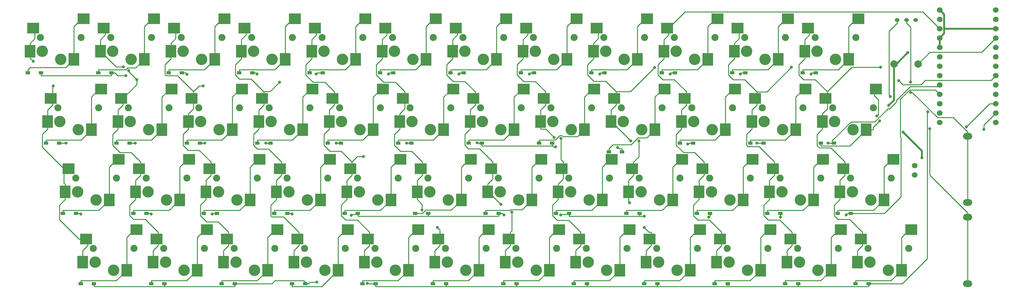
<source format=gbr>
%TF.GenerationSoftware,KiCad,Pcbnew,7.0.1*%
%TF.CreationDate,2023-04-02T20:01:42+09:00*%
%TF.ProjectId,first48,66697273-7434-4382-9e6b-696361645f70,rev?*%
%TF.SameCoordinates,Original*%
%TF.FileFunction,Copper,L2,Bot*%
%TF.FilePolarity,Positive*%
%FSLAX46Y46*%
G04 Gerber Fmt 4.6, Leading zero omitted, Abs format (unit mm)*
G04 Created by KiCad (PCBNEW 7.0.1) date 2023-04-02 20:01:42*
%MOMM*%
%LPD*%
G01*
G04 APERTURE LIST*
%TA.AperFunction,WasherPad*%
%ADD10C,1.900000*%
%TD*%
%TA.AperFunction,WasherPad*%
%ADD11C,3.100000*%
%TD*%
%TA.AperFunction,SMDPad,CuDef*%
%ADD12R,3.000000X3.500000*%
%TD*%
%TA.AperFunction,SMDPad,CuDef*%
%ADD13R,3.300000X3.000000*%
%TD*%
%TA.AperFunction,ComponentPad*%
%ADD14C,1.524000*%
%TD*%
%TA.AperFunction,ComponentPad*%
%ADD15O,1.300000X1.000000*%
%TD*%
%TA.AperFunction,ComponentPad*%
%ADD16C,2.000000*%
%TD*%
%TA.AperFunction,ComponentPad*%
%ADD17O,2.550000X1.800000*%
%TD*%
%TA.AperFunction,SMDPad,CuDef*%
%ADD18R,1.300000X0.950000*%
%TD*%
%TA.AperFunction,ViaPad*%
%ADD19C,0.800000*%
%TD*%
%TA.AperFunction,Conductor*%
%ADD20C,0.250000*%
%TD*%
%TA.AperFunction,Conductor*%
%ADD21C,0.500000*%
%TD*%
G04 APERTURE END LIST*
D10*
%TO.P,SW5,*%
%TO.N,*%
X96893750Y-59531200D03*
D11*
X97393750Y-63231200D03*
X102393750Y-65431200D03*
D10*
X107893750Y-59531200D03*
D12*
%TO.P,SW5,1,1*%
%TO.N,Col4*%
X94043750Y-63231200D03*
D13*
X94943750Y-56951200D03*
D12*
%TO.P,SW5,2,2*%
%TO.N,Net-(D5-A)*%
X105943750Y-65431200D03*
D13*
X108543750Y-54411200D03*
%TD*%
D10*
%TO.P,SW3,*%
%TO.N,*%
X58793750Y-59531200D03*
D11*
X59293750Y-63231200D03*
X64293750Y-65431200D03*
D10*
X69793750Y-59531200D03*
D12*
%TO.P,SW3,1,1*%
%TO.N,Col2*%
X55943750Y-63231200D03*
D13*
X56843750Y-56951200D03*
D12*
%TO.P,SW3,2,2*%
%TO.N,Net-(D3-A)*%
X67843750Y-65431200D03*
D13*
X70443750Y-54411200D03*
%TD*%
D10*
%TO.P,SW25,*%
%TO.N,*%
X30218750Y-97631200D03*
D11*
X30718750Y-101331200D03*
X35718750Y-103531200D03*
D10*
X41218750Y-97631200D03*
D12*
%TO.P,SW25,1,1*%
%TO.N,Col0*%
X27368750Y-101331200D03*
D13*
X28268750Y-95051200D03*
D12*
%TO.P,SW25,2,2*%
%TO.N,Net-(D25-A)*%
X39268750Y-103531200D03*
D13*
X41868750Y-92511200D03*
%TD*%
D10*
%TO.P,SW27,*%
%TO.N,*%
X68318750Y-97631200D03*
D11*
X68818750Y-101331200D03*
X73818750Y-103531200D03*
D10*
X79318750Y-97631200D03*
D12*
%TO.P,SW27,1,1*%
%TO.N,Col2*%
X65468750Y-101331200D03*
D13*
X66368750Y-95051200D03*
D12*
%TO.P,SW27,2,2*%
%TO.N,Net-(D27-A)*%
X77368750Y-103531200D03*
D13*
X79968750Y-92511200D03*
%TD*%
%TO.P,SW38,2,2*%
%TO.N,Net-(D38-A)*%
X65681250Y-111561200D03*
D12*
X63081250Y-122581200D03*
D13*
%TO.P,SW38,1,1*%
%TO.N,Col1*%
X52081250Y-114101200D03*
D12*
X51181250Y-120381200D03*
D10*
%TO.P,SW38,*%
%TO.N,*%
X65031250Y-116681200D03*
D11*
X59531250Y-122581200D03*
X54531250Y-120381200D03*
D10*
X54031250Y-116681200D03*
%TD*%
D14*
%TO.P,U1,1,D3/PIN1*%
%TO.N,Col8*%
X263898950Y-54578200D03*
%TO.P,U1,2,D2/PIN2*%
%TO.N,Col9*%
X263898950Y-57118200D03*
%TO.P,U1,3,GND*%
%TO.N,GND*%
X263898950Y-59658200D03*
%TO.P,U1,4,GND*%
X263898950Y-62198200D03*
%TO.P,U1,5,D1/PIN5/SDA*%
%TO.N,Col10*%
X263898950Y-64738200D03*
%TO.P,U1,6,D0/PIN6/SCL*%
%TO.N,Col11*%
X263898950Y-67278200D03*
%TO.P,U1,7,D4/PIN7*%
%TO.N,Row0*%
X263898950Y-69818200D03*
%TO.P,U1,8,C6/PIN8*%
%TO.N,Row1*%
X263898950Y-72358200D03*
%TO.P,U1,9,D7/PIN9*%
%TO.N,Row2*%
X263898950Y-74898200D03*
%TO.P,U1,10,E6/PIN10*%
%TO.N,Row3*%
X263898950Y-77438200D03*
%TO.P,U1,11,B4/PIN11*%
%TO.N,unconnected-(U1-B4{slash}PIN11-Pad11)*%
X263898950Y-79978200D03*
%TO.P,U1,12,B5/PIN12*%
%TO.N,unconnected-(U1-B5{slash}PIN12-Pad12)*%
X263898950Y-82518200D03*
%TO.P,U1,13,B6/PIN13*%
%TO.N,Col7*%
X279118950Y-82518200D03*
%TO.P,U1,14,B2/PIN14*%
%TO.N,Col6*%
X279118950Y-79978200D03*
%TO.P,U1,15,B3/PIN15*%
%TO.N,Col5*%
X279118950Y-77438200D03*
%TO.P,U1,16,B1/PIN16*%
%TO.N,Col4*%
X279118950Y-74898200D03*
%TO.P,U1,17,F7/PIN17*%
%TO.N,Col3*%
X279118950Y-72358200D03*
%TO.P,U1,18,F6/PIN18*%
%TO.N,Col2*%
X279118950Y-69818200D03*
%TO.P,U1,19,F5/PIN19*%
%TO.N,Col1*%
X279118950Y-67278200D03*
%TO.P,U1,20,F4/PIN20*%
%TO.N,Col0*%
X279118950Y-64738200D03*
%TO.P,U1,21,VCC*%
%TO.N,VCC*%
X279118950Y-62198200D03*
%TO.P,U1,22,RST*%
%TO.N,Reset*%
X279118950Y-59658200D03*
%TO.P,U1,23,GND*%
%TO.N,GND*%
X279118950Y-57118200D03*
%TO.P,U1,24,RAW*%
%TO.N,unconnected-(U1-RAW-Pad24)*%
X279118950Y-54578200D03*
%TO.P,U1,25,BAT+*%
%TO.N,Bat*%
X279118950Y-52038200D03*
%TO.P,U1,26,BAT-*%
%TO.N,GND*%
X263898950Y-52038200D03*
%TD*%
D13*
%TO.P,SW19,2,2*%
%TO.N,Net-(D19-A)*%
X151406250Y-73461200D03*
D12*
X148806250Y-84481200D03*
D13*
%TO.P,SW19,1,1*%
%TO.N,Col6*%
X137806250Y-76001200D03*
D12*
X136906250Y-82281200D03*
D10*
%TO.P,SW19,*%
%TO.N,*%
X150756250Y-78581200D03*
D11*
X145256250Y-84481200D03*
X140256250Y-82281200D03*
D10*
X139756250Y-78581200D03*
%TD*%
%TO.P,SW11,*%
%TO.N,*%
X211193750Y-59531200D03*
D11*
X211693750Y-63231200D03*
X216693750Y-65431200D03*
D10*
X222193750Y-59531200D03*
D12*
%TO.P,SW11,1,1*%
%TO.N,Col10*%
X208343750Y-63231200D03*
D13*
X209243750Y-56951200D03*
D12*
%TO.P,SW11,2,2*%
%TO.N,Net-(D11-A)*%
X220243750Y-65431200D03*
D13*
X222843750Y-54411200D03*
%TD*%
%TO.P,SW21,2,2*%
%TO.N,Net-(D21-A)*%
X189506250Y-73461200D03*
D12*
X186906250Y-84481200D03*
D13*
%TO.P,SW21,1,1*%
%TO.N,Col8*%
X175906250Y-76001200D03*
D12*
X175006250Y-82281200D03*
D10*
%TO.P,SW21,*%
%TO.N,*%
X188856250Y-78581200D03*
D11*
X183356250Y-84481200D03*
X178356250Y-82281200D03*
D10*
X177856250Y-78581200D03*
%TD*%
%TO.P,SW7,*%
%TO.N,*%
X134993750Y-59531200D03*
D11*
X135493750Y-63231200D03*
X140493750Y-65431200D03*
D10*
X145993750Y-59531200D03*
D12*
%TO.P,SW7,1,1*%
%TO.N,Col6*%
X132143750Y-63231200D03*
D13*
X133043750Y-56951200D03*
D12*
%TO.P,SW7,2,2*%
%TO.N,Net-(D7-A)*%
X144043750Y-65431200D03*
D13*
X146643750Y-54411200D03*
%TD*%
D14*
%TO.P,J2,1,Pin_1*%
%TO.N,Bat+*%
X257175050Y-96794000D03*
%TO.P,J2,2,Pin_2*%
%TO.N,Bat-*%
X257175050Y-94254000D03*
%TD*%
D10*
%TO.P,SW10,*%
%TO.N,*%
X192143750Y-59531200D03*
D11*
X192643750Y-63231200D03*
X197643750Y-65431200D03*
D10*
X203143750Y-59531200D03*
D12*
%TO.P,SW10,1,1*%
%TO.N,Col9*%
X189293750Y-63231200D03*
D13*
X190193750Y-56951200D03*
D12*
%TO.P,SW10,2,2*%
%TO.N,Net-(D10-A)*%
X201193750Y-65431200D03*
D13*
X203793750Y-54411200D03*
%TD*%
D10*
%TO.P,SW4,*%
%TO.N,*%
X77843750Y-59531200D03*
D11*
X78343750Y-63231200D03*
X83343750Y-65431200D03*
D10*
X88843750Y-59531200D03*
D12*
%TO.P,SW4,1,1*%
%TO.N,Col3*%
X74993750Y-63231200D03*
D13*
X75893750Y-56951200D03*
D12*
%TO.P,SW4,2,2*%
%TO.N,Net-(D4-A)*%
X86893750Y-65431200D03*
D13*
X89493750Y-54411200D03*
%TD*%
%TO.P,SW20,2,2*%
%TO.N,Net-(D20-A)*%
X170456250Y-73461200D03*
D12*
X167856250Y-84481200D03*
D13*
%TO.P,SW20,1,1*%
%TO.N,Col7*%
X156856250Y-76001200D03*
D12*
X155956250Y-82281200D03*
D10*
%TO.P,SW20,*%
%TO.N,*%
X169806250Y-78581200D03*
D11*
X164306250Y-84481200D03*
X159306250Y-82281200D03*
D10*
X158806250Y-78581200D03*
%TD*%
%TO.P,SW6,*%
%TO.N,*%
X115943750Y-59531200D03*
D11*
X116443750Y-63231200D03*
X121443750Y-65431200D03*
D10*
X126943750Y-59531200D03*
D12*
%TO.P,SW6,1,1*%
%TO.N,Col5*%
X113093750Y-63231200D03*
D13*
X113993750Y-56951200D03*
D12*
%TO.P,SW6,2,2*%
%TO.N,Net-(D6-A)*%
X124993750Y-65431200D03*
D13*
X127593750Y-54411200D03*
%TD*%
D15*
%TO.P,SW50,1,A*%
%TO.N,Bat*%
X252412550Y-54768700D03*
%TO.P,SW50,2,B*%
%TO.N,Net-(D49-K)*%
X254912550Y-54768700D03*
%TO.P,SW50,3,C*%
%TO.N,unconnected-(SW50-C-Pad3)*%
X257412550Y-54768700D03*
%TD*%
D13*
%TO.P,SW16,2,2*%
%TO.N,Net-(D16-A)*%
X94256250Y-73461200D03*
D12*
X91656250Y-84481200D03*
D13*
%TO.P,SW16,1,1*%
%TO.N,Col3*%
X80656250Y-76001200D03*
D12*
X79756250Y-82281200D03*
D10*
%TO.P,SW16,*%
%TO.N,*%
X93606250Y-78581200D03*
D11*
X88106250Y-84481200D03*
X83106250Y-82281200D03*
D10*
X82606250Y-78581200D03*
%TD*%
%TO.P,SW14,*%
%TO.N,*%
X44506250Y-78581200D03*
D11*
X45006250Y-82281200D03*
X50006250Y-84481200D03*
D10*
X55506250Y-78581200D03*
D12*
%TO.P,SW14,1,1*%
%TO.N,Col1*%
X41656250Y-82281200D03*
D13*
X42556250Y-76001200D03*
D12*
%TO.P,SW14,2,2*%
%TO.N,Net-(D14-A)*%
X53556250Y-84481200D03*
D13*
X56156250Y-73461200D03*
%TD*%
%TO.P,SW17,2,2*%
%TO.N,Net-(D17-A)*%
X113306250Y-73461200D03*
D12*
X110706250Y-84481200D03*
D13*
%TO.P,SW17,1,1*%
%TO.N,Col4*%
X99706250Y-76001200D03*
D12*
X98806250Y-82281200D03*
D10*
%TO.P,SW17,*%
%TO.N,*%
X112656250Y-78581200D03*
D11*
X107156250Y-84481200D03*
X102156250Y-82281200D03*
D10*
X101656250Y-78581200D03*
%TD*%
%TO.P,SW9,*%
%TO.N,*%
X173093750Y-59531200D03*
D11*
X173593750Y-63231200D03*
X178593750Y-65431200D03*
D10*
X184093750Y-59531200D03*
D12*
%TO.P,SW9,1,1*%
%TO.N,Col8*%
X170243750Y-63231200D03*
D13*
X171143750Y-56951200D03*
D12*
%TO.P,SW9,2,2*%
%TO.N,Net-(D9-A)*%
X182143750Y-65431200D03*
D13*
X184743750Y-54411200D03*
%TD*%
D16*
%TO.P,SW49,1,1*%
%TO.N,Reset*%
X258043750Y-66675000D03*
%TO.P,SW49,2,2*%
%TO.N,GND*%
X251543750Y-66675000D03*
%TD*%
D13*
%TO.P,SW23,2,2*%
%TO.N,Net-(D23-A)*%
X227606250Y-73461200D03*
D12*
X225006250Y-84481200D03*
D13*
%TO.P,SW23,1,1*%
%TO.N,Col10*%
X214006250Y-76001200D03*
D12*
X213106250Y-82281200D03*
D10*
%TO.P,SW23,*%
%TO.N,*%
X226956250Y-78581200D03*
D11*
X221456250Y-84481200D03*
X216456250Y-82281200D03*
D10*
X215956250Y-78581200D03*
%TD*%
D17*
%TO.P,BT1,1,+*%
%TO.N,Net-(BT1-+)*%
X271462550Y-108206300D03*
X271462550Y-126206300D03*
%TD*%
D10*
%TO.P,SW15,*%
%TO.N,*%
X63556250Y-78581200D03*
D11*
X64056250Y-82281200D03*
X69056250Y-84481200D03*
D10*
X74556250Y-78581200D03*
D12*
%TO.P,SW15,1,1*%
%TO.N,Col2*%
X60706250Y-82281200D03*
D13*
X61606250Y-76001200D03*
D12*
%TO.P,SW15,2,2*%
%TO.N,Net-(D15-A)*%
X72606250Y-84481200D03*
D13*
X75206250Y-73461200D03*
%TD*%
D10*
%TO.P,SW8,*%
%TO.N,*%
X154043750Y-59531200D03*
D11*
X154543750Y-63231200D03*
X159543750Y-65431200D03*
D10*
X165043750Y-59531200D03*
D12*
%TO.P,SW8,1,1*%
%TO.N,Col7*%
X151193750Y-63231200D03*
D13*
X152093750Y-56951200D03*
D12*
%TO.P,SW8,2,2*%
%TO.N,Net-(D8-A)*%
X163093750Y-65431200D03*
D13*
X165693750Y-54411200D03*
%TD*%
%TO.P,SW18,2,2*%
%TO.N,Net-(D18-A)*%
X132356250Y-73461200D03*
D12*
X129756250Y-84481200D03*
D13*
%TO.P,SW18,1,1*%
%TO.N,Col5*%
X118756250Y-76001200D03*
D12*
X117856250Y-82281200D03*
D10*
%TO.P,SW18,*%
%TO.N,*%
X131706250Y-78581200D03*
D11*
X126206250Y-84481200D03*
X121206250Y-82281200D03*
D10*
X120706250Y-78581200D03*
%TD*%
D13*
%TO.P,SW22,2,2*%
%TO.N,Net-(D22-A)*%
X208556250Y-73461200D03*
D12*
X205956250Y-84481200D03*
D13*
%TO.P,SW22,1,1*%
%TO.N,Col9*%
X194956250Y-76001200D03*
D12*
X194056250Y-82281200D03*
D10*
%TO.P,SW22,*%
%TO.N,*%
X207906250Y-78581200D03*
D11*
X202406250Y-84481200D03*
X197406250Y-82281200D03*
D10*
X196906250Y-78581200D03*
%TD*%
%TO.P,SW2,*%
%TO.N,*%
X39743750Y-59531200D03*
D11*
X40243750Y-63231200D03*
X45243750Y-65431200D03*
D10*
X50743750Y-59531200D03*
D12*
%TO.P,SW2,1,1*%
%TO.N,Col1*%
X36893750Y-63231200D03*
D13*
X37793750Y-56951200D03*
D12*
%TO.P,SW2,2,2*%
%TO.N,Net-(D2-A)*%
X48793750Y-65431200D03*
D13*
X51393750Y-54411200D03*
%TD*%
D10*
%TO.P,SW33,*%
%TO.N,*%
X182618750Y-97631200D03*
D11*
X183118750Y-101331200D03*
X188118750Y-103531200D03*
D10*
X193618750Y-97631200D03*
D12*
%TO.P,SW33,1,1*%
%TO.N,Col8*%
X179768750Y-101331200D03*
D13*
X180668750Y-95051200D03*
D12*
%TO.P,SW33,2,2*%
%TO.N,Net-(D33-A)*%
X191668750Y-103531200D03*
D13*
X194268750Y-92511200D03*
%TD*%
D18*
%TO.P,D29,1,K*%
%TO.N,Row2*%
X106550050Y-107156200D03*
%TO.P,D29,2,A*%
%TO.N,Net-(D29-A)*%
X103000050Y-107156200D03*
%TD*%
%TO.P,D2,1,K*%
%TO.N,Row0*%
X39875050Y-69056200D03*
%TO.P,D2,2,A*%
%TO.N,Net-(D2-A)*%
X36325050Y-69056200D03*
%TD*%
%TO.P,D43,2,A*%
%TO.N,Net-(D43-A)*%
X145862550Y-126206200D03*
%TO.P,D43,1,K*%
%TO.N,Row3*%
X149412550Y-126206200D03*
%TD*%
%TO.P,D21,2,A*%
%TO.N,Net-(D21-A)*%
X174437550Y-90487500D03*
%TO.P,D21,1,K*%
%TO.N,Row1*%
X177987550Y-90487500D03*
%TD*%
D10*
%TO.P,SW31,*%
%TO.N,*%
X144518750Y-97631200D03*
D11*
X145018750Y-101331200D03*
X150018750Y-103531200D03*
D10*
X155518750Y-97631200D03*
D12*
%TO.P,SW31,1,1*%
%TO.N,Col6*%
X141668750Y-101331200D03*
D13*
X142568750Y-95051200D03*
D12*
%TO.P,SW31,2,2*%
%TO.N,Net-(D31-A)*%
X153568750Y-103531200D03*
D13*
X156168750Y-92511200D03*
%TD*%
%TO.P,SW37,2,2*%
%TO.N,Net-(D37-A)*%
X46631250Y-111561200D03*
D12*
X44031250Y-122581200D03*
D13*
%TO.P,SW37,1,1*%
%TO.N,Col0*%
X33031250Y-114101200D03*
D12*
X32131250Y-120381200D03*
D10*
%TO.P,SW37,*%
%TO.N,*%
X45981250Y-116681200D03*
D11*
X40481250Y-122581200D03*
X35481250Y-120381200D03*
D10*
X34981250Y-116681200D03*
%TD*%
D13*
%TO.P,SW42,2,2*%
%TO.N,Net-(D42-A)*%
X141881250Y-111561200D03*
D12*
X139281250Y-122581200D03*
D13*
%TO.P,SW42,1,1*%
%TO.N,Col5*%
X128281250Y-114101200D03*
D12*
X127381250Y-120381200D03*
D10*
%TO.P,SW42,*%
%TO.N,*%
X141231250Y-116681200D03*
D11*
X135731250Y-122581200D03*
X130731250Y-120381200D03*
D10*
X130231250Y-116681200D03*
%TD*%
D18*
%TO.P,D19,2,A*%
%TO.N,Net-(D19-A)*%
X136496250Y-88106200D03*
%TO.P,D19,1,K*%
%TO.N,Row1*%
X140046250Y-88106200D03*
%TD*%
%TO.P,D20,2,A*%
%TO.N,Net-(D20-A)*%
X155546250Y-88106200D03*
%TO.P,D20,1,K*%
%TO.N,Row1*%
X159096250Y-88106200D03*
%TD*%
%TO.P,D12,1,K*%
%TO.N,Row0*%
X230375050Y-69056200D03*
%TO.P,D12,2,A*%
%TO.N,Net-(D12-A)*%
X226825050Y-69056200D03*
%TD*%
D17*
%TO.P,BT2,1,+*%
%TO.N,Net-(BT2-+)*%
X271462550Y-104250000D03*
X271462550Y-86250000D03*
%TD*%
D13*
%TO.P,SW40,2,2*%
%TO.N,Net-(D40-A)*%
X103781250Y-111561200D03*
D12*
X101181250Y-122581200D03*
D13*
%TO.P,SW40,1,1*%
%TO.N,Col3*%
X90181250Y-114101200D03*
D12*
X89281250Y-120381200D03*
D10*
%TO.P,SW40,*%
%TO.N,*%
X103131250Y-116681200D03*
D11*
X97631250Y-122581200D03*
X92631250Y-120381200D03*
D10*
X92131250Y-116681200D03*
%TD*%
D18*
%TO.P,D32,1,K*%
%TO.N,Row2*%
X163700050Y-107156200D03*
%TO.P,D32,2,A*%
%TO.N,Net-(D32-A)*%
X160150050Y-107156200D03*
%TD*%
%TO.P,D47,2,A*%
%TO.N,Net-(D47-A)*%
X222062550Y-126206200D03*
%TO.P,D47,1,K*%
%TO.N,Row3*%
X225612550Y-126206200D03*
%TD*%
%TO.P,D25,1,K*%
%TO.N,Row2*%
X30350050Y-107156200D03*
%TO.P,D25,2,A*%
%TO.N,Net-(D25-A)*%
X26800050Y-107156200D03*
%TD*%
D10*
%TO.P,SW29,*%
%TO.N,*%
X106418750Y-97631200D03*
D11*
X106918750Y-101331200D03*
X111918750Y-103531200D03*
D10*
X117418750Y-97631200D03*
D12*
%TO.P,SW29,1,1*%
%TO.N,Col4*%
X103568750Y-101331200D03*
D13*
X104468750Y-95051200D03*
D12*
%TO.P,SW29,2,2*%
%TO.N,Net-(D29-A)*%
X115468750Y-103531200D03*
D13*
X118068750Y-92511200D03*
%TD*%
D18*
%TO.P,D11,1,K*%
%TO.N,Row0*%
X211325050Y-69056200D03*
%TO.P,D11,2,A*%
%TO.N,Net-(D11-A)*%
X207775050Y-69056200D03*
%TD*%
%TO.P,D13,2,A*%
%TO.N,Net-(D13-A)*%
X22196250Y-88106200D03*
%TO.P,D13,1,K*%
%TO.N,Row1*%
X25746250Y-88106200D03*
%TD*%
D13*
%TO.P,SW48,2,2*%
%TO.N,Net-(D48-A)*%
X256181250Y-111561200D03*
D12*
X253581250Y-122581200D03*
D13*
%TO.P,SW48,1,1*%
%TO.N,Col11*%
X242581250Y-114101200D03*
D12*
X241681250Y-120381200D03*
D10*
%TO.P,SW48,*%
%TO.N,*%
X255531250Y-116681200D03*
D11*
X250031250Y-122581200D03*
X245031250Y-120381200D03*
D10*
X244531250Y-116681200D03*
%TD*%
D13*
%TO.P,SW46,2,2*%
%TO.N,Net-(D46-A)*%
X218081250Y-111561200D03*
D12*
X215481250Y-122581200D03*
D13*
%TO.P,SW46,1,1*%
%TO.N,Col9*%
X204481250Y-114101200D03*
D12*
X203581250Y-120381200D03*
D10*
%TO.P,SW46,*%
%TO.N,*%
X217431250Y-116681200D03*
D11*
X211931250Y-122581200D03*
X206931250Y-120381200D03*
D10*
X206431250Y-116681200D03*
%TD*%
D18*
%TO.P,D30,1,K*%
%TO.N,Row2*%
X125600050Y-107156200D03*
%TO.P,D30,2,A*%
%TO.N,Net-(D30-A)*%
X122050050Y-107156200D03*
%TD*%
%TO.P,D3,1,K*%
%TO.N,Row0*%
X58925050Y-69056200D03*
%TO.P,D3,2,A*%
%TO.N,Net-(D3-A)*%
X55375050Y-69056200D03*
%TD*%
D10*
%TO.P,SW34,*%
%TO.N,*%
X201668750Y-97631200D03*
D11*
X202168750Y-101331200D03*
X207168750Y-103531200D03*
D10*
X212668750Y-97631200D03*
D12*
%TO.P,SW34,1,1*%
%TO.N,Col9*%
X198818750Y-101331200D03*
D13*
X199718750Y-95051200D03*
D12*
%TO.P,SW34,2,2*%
%TO.N,Net-(D34-A)*%
X210718750Y-103531200D03*
D13*
X213318750Y-92511200D03*
%TD*%
D18*
%TO.P,D23,2,A*%
%TO.N,Net-(D23-A)*%
X212696250Y-88106200D03*
%TO.P,D23,1,K*%
%TO.N,Row1*%
X216246250Y-88106200D03*
%TD*%
%TO.P,D46,2,A*%
%TO.N,Net-(D46-A)*%
X203012550Y-126206200D03*
%TO.P,D46,1,K*%
%TO.N,Row3*%
X206562550Y-126206200D03*
%TD*%
%TO.P,D22,2,A*%
%TO.N,Net-(D22-A)*%
X193646250Y-88106200D03*
%TO.P,D22,1,K*%
%TO.N,Row1*%
X197196250Y-88106200D03*
%TD*%
%TO.P,D48,2,A*%
%TO.N,Net-(D48-A)*%
X241112550Y-126206200D03*
%TO.P,D48,1,K*%
%TO.N,Row3*%
X244662550Y-126206200D03*
%TD*%
D13*
%TO.P,SW24,2,2*%
%TO.N,Net-(D24-A)*%
X246656250Y-73461200D03*
D12*
X244056250Y-84481200D03*
D13*
%TO.P,SW24,1,1*%
%TO.N,Col11*%
X233056250Y-76001200D03*
D12*
X232156250Y-82281200D03*
D10*
%TO.P,SW24,*%
%TO.N,*%
X246006250Y-78581200D03*
D11*
X240506250Y-84481200D03*
X235506250Y-82281200D03*
D10*
X235006250Y-78581200D03*
%TD*%
D13*
%TO.P,SW39,2,2*%
%TO.N,Net-(D39-A)*%
X84731250Y-111561200D03*
D12*
X82131250Y-122581200D03*
D13*
%TO.P,SW39,1,1*%
%TO.N,Col2*%
X71131250Y-114101200D03*
D12*
X70231250Y-120381200D03*
D10*
%TO.P,SW39,*%
%TO.N,*%
X84081250Y-116681200D03*
D11*
X78581250Y-122581200D03*
X73581250Y-120381200D03*
D10*
X73081250Y-116681200D03*
%TD*%
D18*
%TO.P,D4,1,K*%
%TO.N,Row0*%
X77975050Y-69056200D03*
%TO.P,D4,2,A*%
%TO.N,Net-(D4-A)*%
X74425050Y-69056200D03*
%TD*%
D10*
%TO.P,SW28,*%
%TO.N,*%
X87368750Y-97631200D03*
D11*
X87868750Y-101331200D03*
X92868750Y-103531200D03*
D10*
X98368750Y-97631200D03*
D12*
%TO.P,SW28,1,1*%
%TO.N,Col3*%
X84518750Y-101331200D03*
D13*
X85418750Y-95051200D03*
D12*
%TO.P,SW28,2,2*%
%TO.N,Net-(D28-A)*%
X96418750Y-103531200D03*
D13*
X99018750Y-92511200D03*
%TD*%
D10*
%TO.P,SW13,*%
%TO.N,*%
X25456250Y-78581200D03*
D11*
X25956250Y-82281200D03*
X30956250Y-84481200D03*
D10*
X36456250Y-78581200D03*
D12*
%TO.P,SW13,1,1*%
%TO.N,Col0*%
X22606250Y-82281200D03*
D13*
X23506250Y-76001200D03*
D12*
%TO.P,SW13,2,2*%
%TO.N,Net-(D13-A)*%
X34506250Y-84481200D03*
D13*
X37106250Y-73461200D03*
%TD*%
D18*
%TO.P,D41,2,A*%
%TO.N,Net-(D41-A)*%
X107762550Y-126206200D03*
%TO.P,D41,1,K*%
%TO.N,Row3*%
X111312550Y-126206200D03*
%TD*%
%TO.P,D45,2,A*%
%TO.N,Net-(D45-A)*%
X183962550Y-126206200D03*
%TO.P,D45,1,K*%
%TO.N,Row3*%
X187512550Y-126206200D03*
%TD*%
%TO.P,D15,2,A*%
%TO.N,Net-(D15-A)*%
X60296250Y-88106200D03*
%TO.P,D15,1,K*%
%TO.N,Row1*%
X63846250Y-88106200D03*
%TD*%
%TO.P,D6,1,K*%
%TO.N,Row0*%
X116075050Y-69056200D03*
%TO.P,D6,2,A*%
%TO.N,Net-(D6-A)*%
X112525050Y-69056200D03*
%TD*%
%TO.P,D31,1,K*%
%TO.N,Row2*%
X144650050Y-107156200D03*
%TO.P,D31,2,A*%
%TO.N,Net-(D31-A)*%
X141100050Y-107156200D03*
%TD*%
%TO.P,D7,1,K*%
%TO.N,Row0*%
X135125050Y-69056200D03*
%TO.P,D7,2,A*%
%TO.N,Net-(D7-A)*%
X131575050Y-69056200D03*
%TD*%
%TO.P,D39,2,A*%
%TO.N,Net-(D39-A)*%
X69662550Y-126206200D03*
%TO.P,D39,1,K*%
%TO.N,Row3*%
X73212550Y-126206200D03*
%TD*%
%TO.P,D8,1,K*%
%TO.N,Row0*%
X154175050Y-69056200D03*
%TO.P,D8,2,A*%
%TO.N,Net-(D8-A)*%
X150625050Y-69056200D03*
%TD*%
%TO.P,D24,2,A*%
%TO.N,Net-(D24-A)*%
X231746250Y-88106200D03*
%TO.P,D24,1,K*%
%TO.N,Row1*%
X235296250Y-88106200D03*
%TD*%
%TO.P,D1,1,K*%
%TO.N,Row0*%
X20825050Y-69056200D03*
%TO.P,D1,2,A*%
%TO.N,Net-(D1-A)*%
X17275050Y-69056200D03*
%TD*%
%TO.P,D26,1,K*%
%TO.N,Row2*%
X49400050Y-107156200D03*
%TO.P,D26,2,A*%
%TO.N,Net-(D26-A)*%
X45850050Y-107156200D03*
%TD*%
%TO.P,D17,2,A*%
%TO.N,Net-(D17-A)*%
X98396250Y-88106200D03*
%TO.P,D17,1,K*%
%TO.N,Row1*%
X101946250Y-88106200D03*
%TD*%
D10*
%TO.P,SW36,*%
%TO.N,*%
X239768750Y-97631200D03*
D11*
X240268750Y-101331200D03*
X245268750Y-103531200D03*
D10*
X250768750Y-97631200D03*
D12*
%TO.P,SW36,1,1*%
%TO.N,Col11*%
X236918750Y-101331200D03*
D13*
X237818750Y-95051200D03*
D12*
%TO.P,SW36,2,2*%
%TO.N,Net-(D36-A)*%
X248818750Y-103531200D03*
D13*
X251418750Y-92511200D03*
%TD*%
%TO.P,SW43,2,2*%
%TO.N,Net-(D43-A)*%
X160931250Y-111561200D03*
D12*
X158331250Y-122581200D03*
D13*
%TO.P,SW43,1,1*%
%TO.N,Col6*%
X147331250Y-114101200D03*
D12*
X146431250Y-120381200D03*
D10*
%TO.P,SW43,*%
%TO.N,*%
X160281250Y-116681200D03*
D11*
X154781250Y-122581200D03*
X149781250Y-120381200D03*
D10*
X149281250Y-116681200D03*
%TD*%
%TO.P,SW26,*%
%TO.N,*%
X49268750Y-97631200D03*
D11*
X49768750Y-101331200D03*
X54768750Y-103531200D03*
D10*
X60268750Y-97631200D03*
D12*
%TO.P,SW26,1,1*%
%TO.N,Col1*%
X46418750Y-101331200D03*
D13*
X47318750Y-95051200D03*
D12*
%TO.P,SW26,2,2*%
%TO.N,Net-(D26-A)*%
X58318750Y-103531200D03*
D13*
X60918750Y-92511200D03*
%TD*%
%TO.P,SW41,2,2*%
%TO.N,Net-(D41-A)*%
X122831250Y-111561200D03*
D12*
X120231250Y-122581200D03*
D13*
%TO.P,SW41,1,1*%
%TO.N,Col4*%
X109231250Y-114101200D03*
D12*
X108331250Y-120381200D03*
D10*
%TO.P,SW41,*%
%TO.N,*%
X122181250Y-116681200D03*
D11*
X116681250Y-122581200D03*
X111681250Y-120381200D03*
D10*
X111181250Y-116681200D03*
%TD*%
D18*
%TO.P,D36,1,K*%
%TO.N,Row2*%
X239900050Y-107156200D03*
%TO.P,D36,2,A*%
%TO.N,Net-(D36-A)*%
X236350050Y-107156200D03*
%TD*%
%TO.P,D42,2,A*%
%TO.N,Net-(D42-A)*%
X126812550Y-126206200D03*
%TO.P,D42,1,K*%
%TO.N,Row3*%
X130362550Y-126206200D03*
%TD*%
D10*
%TO.P,SW30,*%
%TO.N,*%
X125468750Y-97631200D03*
D11*
X125968750Y-101331200D03*
X130968750Y-103531200D03*
D10*
X136468750Y-97631200D03*
D12*
%TO.P,SW30,1,1*%
%TO.N,Col5*%
X122618750Y-101331200D03*
D13*
X123518750Y-95051200D03*
D12*
%TO.P,SW30,2,2*%
%TO.N,Net-(D30-A)*%
X134518750Y-103531200D03*
D13*
X137118750Y-92511200D03*
%TD*%
D18*
%TO.P,D34,1,K*%
%TO.N,Row2*%
X201800050Y-107156200D03*
%TO.P,D34,2,A*%
%TO.N,Net-(D34-A)*%
X198250050Y-107156200D03*
%TD*%
D10*
%TO.P,SW35,*%
%TO.N,*%
X220718750Y-97631200D03*
D11*
X221218750Y-101331200D03*
X226218750Y-103531200D03*
D10*
X231718750Y-97631200D03*
D12*
%TO.P,SW35,1,1*%
%TO.N,Col10*%
X217868750Y-101331200D03*
D13*
X218768750Y-95051200D03*
D12*
%TO.P,SW35,2,2*%
%TO.N,Net-(D35-A)*%
X229768750Y-103531200D03*
D13*
X232368750Y-92511200D03*
%TD*%
D18*
%TO.P,D44,2,A*%
%TO.N,Net-(D44-A)*%
X164912550Y-126206200D03*
%TO.P,D44,1,K*%
%TO.N,Row3*%
X168462550Y-126206200D03*
%TD*%
%TO.P,D40,2,A*%
%TO.N,Net-(D40-A)*%
X88712550Y-126206200D03*
%TO.P,D40,1,K*%
%TO.N,Row3*%
X92262550Y-126206200D03*
%TD*%
D13*
%TO.P,SW47,2,2*%
%TO.N,Net-(D47-A)*%
X237131250Y-111561200D03*
D12*
X234531250Y-122581200D03*
D13*
%TO.P,SW47,1,1*%
%TO.N,Col10*%
X223531250Y-114101200D03*
D12*
X222631250Y-120381200D03*
D10*
%TO.P,SW47,*%
%TO.N,*%
X236481250Y-116681200D03*
D11*
X230981250Y-122581200D03*
X225981250Y-120381200D03*
D10*
X225481250Y-116681200D03*
%TD*%
D18*
%TO.P,D35,1,K*%
%TO.N,Row2*%
X220850050Y-107156200D03*
%TO.P,D35,2,A*%
%TO.N,Net-(D35-A)*%
X217300050Y-107156200D03*
%TD*%
%TO.P,D10,1,K*%
%TO.N,Row0*%
X192275050Y-69056200D03*
%TO.P,D10,2,A*%
%TO.N,Net-(D10-A)*%
X188725050Y-69056200D03*
%TD*%
%TO.P,D9,1,K*%
%TO.N,Row0*%
X173225050Y-69056200D03*
%TO.P,D9,2,A*%
%TO.N,Net-(D9-A)*%
X169675050Y-69056200D03*
%TD*%
%TO.P,D37,2,A*%
%TO.N,Net-(D37-A)*%
X31562550Y-126206200D03*
%TO.P,D37,1,K*%
%TO.N,Row3*%
X35112550Y-126206200D03*
%TD*%
D10*
%TO.P,SW12,*%
%TO.N,*%
X230243750Y-59531200D03*
D11*
X230743750Y-63231200D03*
X235743750Y-65431200D03*
D10*
X241243750Y-59531200D03*
D12*
%TO.P,SW12,1,1*%
%TO.N,Col11*%
X227393750Y-63231200D03*
D13*
X228293750Y-56951200D03*
D12*
%TO.P,SW12,2,2*%
%TO.N,Net-(D12-A)*%
X239293750Y-65431200D03*
D13*
X241893750Y-54411200D03*
%TD*%
D18*
%TO.P,D28,1,K*%
%TO.N,Row2*%
X87500050Y-107156200D03*
%TO.P,D28,2,A*%
%TO.N,Net-(D28-A)*%
X83950050Y-107156200D03*
%TD*%
%TO.P,D14,2,A*%
%TO.N,Net-(D14-A)*%
X41246250Y-88106200D03*
%TO.P,D14,1,K*%
%TO.N,Row1*%
X44796250Y-88106200D03*
%TD*%
D13*
%TO.P,SW45,2,2*%
%TO.N,Net-(D45-A)*%
X199031250Y-111561200D03*
D12*
X196431250Y-122581200D03*
D13*
%TO.P,SW45,1,1*%
%TO.N,Col8*%
X185431250Y-114101200D03*
D12*
X184531250Y-120381200D03*
D10*
%TO.P,SW45,*%
%TO.N,*%
X198381250Y-116681200D03*
D11*
X192881250Y-122581200D03*
X187881250Y-120381200D03*
D10*
X187381250Y-116681200D03*
%TD*%
%TO.P,SW1,*%
%TO.N,*%
X20693750Y-59531200D03*
D11*
X21193750Y-63231200D03*
X26193750Y-65431200D03*
D10*
X31693750Y-59531200D03*
D12*
%TO.P,SW1,1,1*%
%TO.N,Col0*%
X17843750Y-63231200D03*
D13*
X18743750Y-56951200D03*
D12*
%TO.P,SW1,2,2*%
%TO.N,Net-(D1-A)*%
X29743750Y-65431200D03*
D13*
X32343750Y-54411200D03*
%TD*%
D18*
%TO.P,D27,1,K*%
%TO.N,Row2*%
X68450050Y-107156200D03*
%TO.P,D27,2,A*%
%TO.N,Net-(D27-A)*%
X64900050Y-107156200D03*
%TD*%
D10*
%TO.P,SW32,*%
%TO.N,*%
X163568750Y-97631200D03*
D11*
X164068750Y-101331200D03*
X169068750Y-103531200D03*
D10*
X174568750Y-97631200D03*
D12*
%TO.P,SW32,1,1*%
%TO.N,Col7*%
X160718750Y-101331200D03*
D13*
X161618750Y-95051200D03*
D12*
%TO.P,SW32,2,2*%
%TO.N,Net-(D32-A)*%
X172618750Y-103531200D03*
D13*
X175218750Y-92511200D03*
%TD*%
D18*
%TO.P,D18,2,A*%
%TO.N,Net-(D18-A)*%
X117446250Y-88106200D03*
%TO.P,D18,1,K*%
%TO.N,Row1*%
X120996250Y-88106200D03*
%TD*%
%TO.P,D38,2,A*%
%TO.N,Net-(D38-A)*%
X50612550Y-126206200D03*
%TO.P,D38,1,K*%
%TO.N,Row3*%
X54162550Y-126206200D03*
%TD*%
%TO.P,D16,2,A*%
%TO.N,Net-(D16-A)*%
X79346250Y-88106200D03*
%TO.P,D16,1,K*%
%TO.N,Row1*%
X82896250Y-88106200D03*
%TD*%
D13*
%TO.P,SW44,2,2*%
%TO.N,Net-(D44-A)*%
X179981250Y-111561200D03*
D12*
X177381250Y-122581200D03*
D13*
%TO.P,SW44,1,1*%
%TO.N,Col7*%
X166381250Y-114101200D03*
D12*
X165481250Y-120381200D03*
D10*
%TO.P,SW44,*%
%TO.N,*%
X179331250Y-116681200D03*
D11*
X173831250Y-122581200D03*
X168831250Y-120381200D03*
D10*
X168331250Y-116681200D03*
%TD*%
D18*
%TO.P,D5,1,K*%
%TO.N,Row0*%
X97025050Y-69056200D03*
%TO.P,D5,2,A*%
%TO.N,Net-(D5-A)*%
X93475050Y-69056200D03*
%TD*%
%TO.P,D33,1,K*%
%TO.N,Row2*%
X182750050Y-107156200D03*
%TO.P,D33,2,A*%
%TO.N,Net-(D33-A)*%
X179200050Y-107156200D03*
%TD*%
D19*
%TO.N,Net-(D49-K)*%
X256083550Y-71589300D03*
%TO.N,Net-(BT2-+)*%
X256062350Y-74433700D03*
%TO.N,Net-(BT1-+)*%
X261252850Y-84240500D03*
%TO.N,Col11*%
X247900850Y-67555000D03*
%TO.N,Col10*%
X223815650Y-67555000D03*
%TO.N,Col8*%
X180368350Y-87544500D03*
X182525050Y-87544500D03*
X179984150Y-104289600D03*
X183979250Y-110982100D03*
X186800850Y-67618600D03*
%TO.N,Col7*%
X159595950Y-86568900D03*
X161472250Y-86851700D03*
%TO.N,Col6*%
X275866550Y-84408100D03*
X148170250Y-106868700D03*
X145219250Y-104691400D03*
%TO.N,Col5*%
X128047850Y-110982100D03*
X271108450Y-83709800D03*
X123914050Y-106212800D03*
%TO.N,Col4*%
X108094350Y-91814600D03*
%TO.N,Col3*%
X85364050Y-71591000D03*
%TO.N,Col2*%
X252843650Y-71231400D03*
X64690050Y-72607100D03*
%TO.N,Col1*%
X46767350Y-70917600D03*
X44565650Y-68495000D03*
X43074450Y-67489500D03*
%TO.N,Col0*%
X18763150Y-65914600D03*
X24175250Y-72607100D03*
%TO.N,GND*%
X255322050Y-63562900D03*
X250147250Y-77926400D03*
X259130250Y-92117800D03*
X254034250Y-85158300D03*
%TO.N,Bat*%
X250521050Y-75551700D03*
%TO.N,Row3*%
X260683350Y-79650400D03*
X109089350Y-126142700D03*
X95396950Y-125852100D03*
%TO.N,Row2*%
X88750350Y-107383200D03*
X201468950Y-108236900D03*
X67163050Y-107394900D03*
X161403150Y-107593800D03*
X146062750Y-107593800D03*
X183961550Y-107922000D03*
X104775050Y-107678200D03*
X50685450Y-107394900D03*
X31630950Y-107394900D03*
X220850050Y-108236900D03*
X238581550Y-107584300D03*
%TO.N,Net-(D24-A)*%
X247641450Y-82134300D03*
X246893350Y-80778100D03*
%TO.N,Row1*%
X100670250Y-88105500D03*
X46351350Y-88105500D03*
X27659250Y-88105500D03*
X81621050Y-88123200D03*
X195798850Y-88408800D03*
X214515150Y-88174700D03*
X233699950Y-88174700D03*
X119716250Y-88105500D03*
X138756350Y-88068400D03*
X160067250Y-89150500D03*
X176834650Y-89323000D03*
X65105250Y-88123200D03*
%TO.N,Row0*%
X60283350Y-69473300D03*
X43751850Y-69808000D03*
X79271250Y-69387600D03*
X114807450Y-69387600D03*
X133859350Y-69387600D03*
X171946250Y-69387600D03*
X191013150Y-69387600D03*
X95250050Y-69387600D03*
X152896250Y-69387600D03*
X210033450Y-69387600D03*
X229096250Y-69387600D03*
%TD*%
D20*
%TO.N,Net-(D49-K)*%
X256083550Y-56764800D02*
X254912550Y-55593800D01*
X256083550Y-71589300D02*
X256083550Y-56764800D01*
X254912550Y-54768700D02*
X254912550Y-55593800D01*
%TO.N,Net-(BT2-+)*%
X271462550Y-86250000D02*
X271462550Y-104250000D01*
X271462550Y-86250000D02*
X271462550Y-85024900D01*
X271398150Y-85024900D02*
X271462550Y-85024900D01*
X267605550Y-81232300D02*
X271398150Y-85024900D01*
X263290650Y-81232300D02*
X267605550Y-81232300D01*
X256492050Y-74433700D02*
X263290650Y-81232300D01*
X256062350Y-74433700D02*
X256492050Y-74433700D01*
%TO.N,Net-(BT1-+)*%
X271462550Y-126206300D02*
X271462550Y-108206300D01*
X261252850Y-96771500D02*
X271462550Y-106981200D01*
X261252850Y-84240500D02*
X261252850Y-96771500D01*
X271462550Y-108206300D02*
X271462550Y-106981200D01*
%TO.N,Reset*%
X275308950Y-63468200D02*
X279118950Y-59658200D01*
X261250550Y-63468200D02*
X275308950Y-63468200D01*
X258043750Y-66675000D02*
X261250550Y-63468200D01*
%TO.N,Col11*%
X241681250Y-117276300D02*
X243031250Y-115926300D01*
X241681250Y-120381200D02*
X241681250Y-117276300D01*
X243031250Y-115013700D02*
X243031250Y-115926300D01*
X243031250Y-115013700D02*
X243031250Y-114101200D01*
X228743750Y-56951200D02*
X228743750Y-58776300D01*
X227393750Y-60126300D02*
X227393750Y-63231200D01*
X228743750Y-58776300D02*
X227393750Y-60126300D01*
X234467650Y-89425000D02*
X238268750Y-93226100D01*
X231398750Y-89425000D02*
X234467650Y-89425000D01*
X230771050Y-88797300D02*
X231398750Y-89425000D01*
X230771050Y-85741500D02*
X230771050Y-88797300D01*
X232156250Y-84356300D02*
X230771050Y-85741500D01*
X232156250Y-82281200D02*
X232156250Y-84356300D01*
X238268750Y-95051200D02*
X238268750Y-93226100D01*
X238268750Y-95051200D02*
X238268750Y-96876300D01*
X232156250Y-82281200D02*
X232156250Y-80206100D01*
X233506250Y-78856100D02*
X232156250Y-80206100D01*
X233506250Y-76001200D02*
X233506250Y-78856100D01*
X233506250Y-76001200D02*
X233506250Y-74176100D01*
X227393750Y-63231200D02*
X227393750Y-65306300D01*
X225823550Y-66876500D02*
X227393750Y-65306300D01*
X225823550Y-69639400D02*
X225823550Y-66876500D01*
X227116250Y-70932100D02*
X225823550Y-69639400D01*
X230262250Y-70932100D02*
X227116250Y-70932100D01*
X233506250Y-74176100D02*
X230262250Y-70932100D01*
X236918750Y-98226300D02*
X236918750Y-101331200D01*
X238268750Y-96876300D02*
X236918750Y-98226300D01*
X239567750Y-108812600D02*
X243031250Y-112276100D01*
X236421450Y-108812600D02*
X239567750Y-108812600D01*
X235374850Y-107766000D02*
X236421450Y-108812600D01*
X235374850Y-104950200D02*
X235374850Y-107766000D01*
X236918750Y-103406300D02*
X235374850Y-104950200D01*
X236918750Y-101331200D02*
X236918750Y-103406300D01*
X243031250Y-114101200D02*
X243031250Y-112276100D01*
X240127350Y-67555000D02*
X233506250Y-74176100D01*
X247900850Y-67555000D02*
X240127350Y-67555000D01*
%TO.N,Col10*%
X222631250Y-117276300D02*
X223981250Y-115926300D01*
X222631250Y-120381200D02*
X222631250Y-117276300D01*
X223981250Y-114584800D02*
X223981250Y-115926300D01*
X223981250Y-114584800D02*
X223981250Y-114101200D01*
X214456250Y-76006200D02*
X214456250Y-77826300D01*
X219218750Y-95534800D02*
X219218750Y-96876300D01*
X219218750Y-95534800D02*
X219218750Y-95051200D01*
X219218750Y-95051200D02*
X219218750Y-93226100D01*
X213106250Y-82281200D02*
X213106250Y-84356300D01*
X209693750Y-59806100D02*
X208343750Y-61156100D01*
X209693750Y-56951200D02*
X209693750Y-59806100D01*
X208343750Y-63231200D02*
X208343750Y-61156100D01*
X215036050Y-89043400D02*
X219218750Y-93226100D01*
X212048750Y-89043400D02*
X215036050Y-89043400D01*
X211691450Y-88686100D02*
X212048750Y-89043400D01*
X211691450Y-85771100D02*
X211691450Y-88686100D01*
X213106250Y-84356300D02*
X211691450Y-85771100D01*
X217868750Y-98226300D02*
X217868750Y-101331200D01*
X219218750Y-96876300D02*
X217868750Y-98226300D01*
X220672750Y-108967600D02*
X223981250Y-112276100D01*
X217510050Y-108967600D02*
X220672750Y-108967600D01*
X216324050Y-107781600D02*
X217510050Y-108967600D01*
X216324050Y-104951000D02*
X216324050Y-107781600D01*
X217868750Y-103406300D02*
X216324050Y-104951000D01*
X217868750Y-101331200D02*
X217868750Y-103406300D01*
X223981250Y-114101200D02*
X223981250Y-112276100D01*
X213106250Y-79176300D02*
X213106250Y-82281200D01*
X214456250Y-77826300D02*
X213106250Y-79176300D01*
X214456250Y-76001200D02*
X214456250Y-76006200D01*
X214456250Y-76001200D02*
X214456250Y-74308600D01*
X208343750Y-63231200D02*
X208343750Y-65306300D01*
X217154650Y-74216000D02*
X214456250Y-74216000D01*
X223815650Y-67555000D02*
X217154650Y-74216000D01*
X214456250Y-74308600D02*
X214456250Y-74216000D01*
X206799850Y-66850200D02*
X208343750Y-65306300D01*
X206799850Y-69706700D02*
X206799850Y-66850200D01*
X208025250Y-70932100D02*
X206799850Y-69706700D01*
X211172350Y-70932100D02*
X208025250Y-70932100D01*
X214456250Y-74216000D02*
X211172350Y-70932100D01*
%TO.N,Col9*%
X203581250Y-117276300D02*
X204931250Y-115926300D01*
X203581250Y-120381200D02*
X203581250Y-117276300D01*
X204931250Y-114584800D02*
X204931250Y-115926300D01*
X204931250Y-114584800D02*
X204931250Y-114101200D01*
X195406250Y-76484800D02*
X195406250Y-77826300D01*
X200168750Y-95051200D02*
X200168750Y-96876300D01*
X190643750Y-56951200D02*
X190643750Y-58776300D01*
X195037650Y-52557300D02*
X190643750Y-56951200D01*
X259338050Y-52557300D02*
X195037650Y-52557300D01*
X263898950Y-57118200D02*
X259338050Y-52557300D01*
X194056250Y-79176300D02*
X194056250Y-82281200D01*
X195406250Y-77826300D02*
X194056250Y-79176300D01*
X197628650Y-90686000D02*
X200168750Y-93226100D01*
X194639250Y-90686000D02*
X197628650Y-90686000D01*
X192671050Y-88717800D02*
X194639250Y-90686000D01*
X192671050Y-85741500D02*
X192671050Y-88717800D01*
X194056250Y-84356300D02*
X192671050Y-85741500D01*
X194056250Y-82281200D02*
X194056250Y-84356300D01*
X200168750Y-95051200D02*
X200168750Y-93226100D01*
X195406250Y-76001200D02*
X195406250Y-76484800D01*
X189293750Y-60126300D02*
X189293750Y-63231200D01*
X190643750Y-58776300D02*
X189293750Y-60126300D01*
X192143250Y-70913100D02*
X195406250Y-74176100D01*
X188987550Y-70913100D02*
X192143250Y-70913100D01*
X187749850Y-69675400D02*
X188987550Y-70913100D01*
X187749850Y-66850200D02*
X187749850Y-69675400D01*
X189293750Y-65306300D02*
X187749850Y-66850200D01*
X189293750Y-63231200D02*
X189293750Y-65306300D01*
X195406250Y-76001200D02*
X195406250Y-74176100D01*
X198818750Y-98226300D02*
X198818750Y-101331200D01*
X200168750Y-96876300D02*
X198818750Y-98226300D01*
X201617250Y-108962100D02*
X204931250Y-112276100D01*
X198461050Y-108962100D02*
X201617250Y-108962100D01*
X197254950Y-107756000D02*
X198461050Y-108962100D01*
X197254950Y-104970100D02*
X197254950Y-107756000D01*
X198818750Y-103406300D02*
X197254950Y-104970100D01*
X198818750Y-101331200D02*
X198818750Y-103406300D01*
X204931250Y-114101200D02*
X204931250Y-112276100D01*
%TO.N,Col8*%
X176356250Y-76913700D02*
X176356250Y-77826300D01*
X176356250Y-76913700D02*
X176356250Y-76001200D01*
X173567250Y-71387100D02*
X176356250Y-74176100D01*
X170401250Y-71387100D02*
X173567250Y-71387100D01*
X168697050Y-69682900D02*
X170401250Y-71387100D01*
X168697050Y-66853000D02*
X168697050Y-69682900D01*
X170243750Y-65306300D02*
X168697050Y-66853000D01*
X170243750Y-63231200D02*
X170243750Y-65306300D01*
X176356250Y-76001200D02*
X176356250Y-74176100D01*
X184531250Y-117276300D02*
X184531250Y-120381200D01*
X185881250Y-115926300D02*
X184531250Y-117276300D01*
X185881250Y-114101200D02*
X185881250Y-115926300D01*
X171593750Y-59806100D02*
X170243750Y-61156100D01*
X171593750Y-56951200D02*
X171593750Y-59806100D01*
X170243750Y-63231200D02*
X170243750Y-61156100D01*
X175006250Y-79176300D02*
X175006250Y-82281200D01*
X176356250Y-77826300D02*
X175006250Y-79176300D01*
X175105050Y-82281200D02*
X180368350Y-87544500D01*
X175006250Y-82281200D02*
X175105050Y-82281200D01*
X179768750Y-98226300D02*
X179768750Y-100822900D01*
X181118750Y-96876300D02*
X179768750Y-98226300D01*
X181118750Y-95051200D02*
X181118750Y-96876300D01*
X179768750Y-101077000D02*
X179768750Y-100822900D01*
X179768750Y-101077000D02*
X179768750Y-101331200D01*
X179768750Y-104074200D02*
X179984150Y-104289600D01*
X179768750Y-101331200D02*
X179768750Y-104074200D01*
X185273250Y-112276100D02*
X185881250Y-112276100D01*
X183979250Y-110982100D02*
X185273250Y-112276100D01*
X185881250Y-114101200D02*
X185881250Y-112276100D01*
X180243350Y-74176100D02*
X176356250Y-74176100D01*
X186800850Y-67618600D02*
X180243350Y-74176100D01*
X181118750Y-95051200D02*
X181118750Y-93226100D01*
X182525050Y-91819800D02*
X182525050Y-87544500D01*
X181118750Y-93226100D02*
X182525050Y-91819800D01*
%TO.N,Col7*%
X165481250Y-117276300D02*
X166831250Y-115926300D01*
X165481250Y-120381200D02*
X165481250Y-117276300D01*
X166831250Y-114101200D02*
X166831250Y-115926300D01*
X151193750Y-60126300D02*
X151193750Y-63231200D01*
X152543750Y-58776300D02*
X151193750Y-60126300D01*
X152543750Y-56951200D02*
X152543750Y-58776300D01*
X155956250Y-79176300D02*
X157306250Y-77826300D01*
X155956250Y-82281200D02*
X155956250Y-79176300D01*
X157306250Y-76006200D02*
X157306250Y-77826300D01*
X157306250Y-76006200D02*
X157306250Y-76001200D01*
X149634750Y-66865300D02*
X151193750Y-65306300D01*
X149634750Y-69671500D02*
X149634750Y-66865300D01*
X151380450Y-71417200D02*
X149634750Y-69671500D01*
X154547350Y-71417200D02*
X151380450Y-71417200D01*
X157306250Y-74176100D02*
X154547350Y-71417200D01*
X157306250Y-76001200D02*
X157306250Y-74176100D01*
X151193750Y-63231200D02*
X151193750Y-65306300D01*
X163635550Y-109080400D02*
X166831250Y-112276100D01*
X160447750Y-109080400D02*
X163635550Y-109080400D01*
X159156950Y-107789600D02*
X160447750Y-109080400D01*
X159156950Y-104968100D02*
X159156950Y-107789600D01*
X160718750Y-103406300D02*
X159156950Y-104968100D01*
X160718750Y-101331200D02*
X160718750Y-103406300D01*
X166831250Y-114101200D02*
X166831250Y-112276100D01*
X157383350Y-84356300D02*
X159595950Y-86568900D01*
X155956250Y-84356300D02*
X157383350Y-84356300D01*
X155956250Y-82281200D02*
X155956250Y-84356300D01*
X161472250Y-92629600D02*
X162068750Y-93226100D01*
X161472250Y-86851700D02*
X161472250Y-92629600D01*
X162068750Y-97906100D02*
X160718750Y-99256100D01*
X162068750Y-95051200D02*
X162068750Y-97906100D01*
X160718750Y-101331200D02*
X160718750Y-99256100D01*
X162068750Y-95051200D02*
X162068750Y-93226100D01*
%TO.N,Col6*%
X136906250Y-79176300D02*
X136906250Y-82281200D01*
X138256250Y-77826300D02*
X136906250Y-79176300D01*
X138256250Y-76484800D02*
X138256250Y-77826300D01*
X132143750Y-60126300D02*
X132143750Y-63231200D01*
X133493750Y-58776300D02*
X132143750Y-60126300D01*
X133493750Y-56951200D02*
X133493750Y-58776300D01*
X138256250Y-76484800D02*
X138256250Y-76001200D01*
X130584750Y-66865300D02*
X132143750Y-65306300D01*
X130584750Y-69671500D02*
X130584750Y-66865300D01*
X132330450Y-71417200D02*
X130584750Y-69671500D01*
X135497350Y-71417200D02*
X132330450Y-71417200D01*
X138256250Y-74176100D02*
X135497350Y-71417200D01*
X138256250Y-76001200D02*
X138256250Y-74176100D01*
X132143750Y-63231200D02*
X132143750Y-65306300D01*
X143018750Y-95051200D02*
X143018750Y-93226100D01*
X136906250Y-82281200D02*
X136906250Y-84356300D01*
X146431250Y-120381200D02*
X146431250Y-118306100D01*
X146431250Y-117276300D02*
X146431250Y-118306100D01*
X147781250Y-115926300D02*
X146431250Y-117276300D01*
X147781250Y-114866200D02*
X147781250Y-115926300D01*
X147781250Y-114866200D02*
X147781250Y-114101200D01*
X275866550Y-83230600D02*
X275866550Y-84408100D01*
X279118950Y-79978200D02*
X275866550Y-83230600D01*
X143018750Y-95051200D02*
X143018750Y-96876300D01*
X143018750Y-97906100D02*
X143018750Y-96876300D01*
X141668750Y-99256100D02*
X143018750Y-97906100D01*
X141668750Y-101331200D02*
X141668750Y-99256100D01*
X139428750Y-89636100D02*
X143018750Y-93226100D01*
X136421850Y-89636100D02*
X139428750Y-89636100D01*
X135503150Y-88717400D02*
X136421850Y-89636100D01*
X135503150Y-85759400D02*
X135503150Y-88717400D01*
X136906250Y-84356300D02*
X135503150Y-85759400D01*
X148170250Y-111887100D02*
X147781250Y-112276100D01*
X148170250Y-106868700D02*
X148170250Y-111887100D01*
X147781250Y-114101200D02*
X147781250Y-112276100D01*
X141859050Y-101331200D02*
X141668750Y-101331200D01*
X145219250Y-104691400D02*
X141859050Y-101331200D01*
%TO.N,Col5*%
X113093750Y-60126300D02*
X113093750Y-63231200D01*
X114443750Y-58776300D02*
X113093750Y-60126300D01*
X114443750Y-56951200D02*
X114443750Y-58776300D01*
X111534750Y-66865300D02*
X113093750Y-65306300D01*
X111534750Y-69714800D02*
X111534750Y-66865300D01*
X113455950Y-71636000D02*
X111534750Y-69714800D01*
X116666150Y-71636000D02*
X113455950Y-71636000D01*
X119206250Y-74176100D02*
X116666150Y-71636000D01*
X119206250Y-76001200D02*
X119206250Y-74176100D01*
X113093750Y-63231200D02*
X113093750Y-65306300D01*
X119206250Y-76001200D02*
X119206250Y-77826300D01*
X119206250Y-78856100D02*
X119206250Y-77826300D01*
X117856250Y-80206100D02*
X119206250Y-78856100D01*
X117856250Y-82281200D02*
X117856250Y-80206100D01*
X116418750Y-85793800D02*
X117856250Y-84356300D01*
X116418750Y-88720400D02*
X116418750Y-85793800D01*
X118065850Y-90367500D02*
X116418750Y-88720400D01*
X121110150Y-90367500D02*
X118065850Y-90367500D01*
X123968750Y-93226100D02*
X121110150Y-90367500D01*
X123968750Y-95051200D02*
X123968750Y-93226100D01*
X117856250Y-82281200D02*
X117856250Y-84356300D01*
X128731250Y-111665500D02*
X128731250Y-114101200D01*
X128047850Y-110982100D02*
X128731250Y-111665500D01*
X127381250Y-117276300D02*
X127381250Y-120381200D01*
X128731250Y-115926300D02*
X127381250Y-117276300D01*
X128731250Y-114101200D02*
X128731250Y-115926300D01*
X122618750Y-98226300D02*
X123968750Y-96876300D01*
X122618750Y-101331200D02*
X122618750Y-98226300D01*
X123968750Y-95051200D02*
X123968750Y-96876300D01*
X277380050Y-77438200D02*
X271108450Y-83709800D01*
X279118950Y-77438200D02*
X277380050Y-77438200D01*
X123914050Y-104701600D02*
X122618750Y-103406300D01*
X123914050Y-106212800D02*
X123914050Y-104701600D01*
X122618750Y-101331200D02*
X122618750Y-103406300D01*
%TO.N,Col4*%
X108331250Y-117276300D02*
X109681250Y-115926300D01*
X108331250Y-120381200D02*
X108331250Y-117276300D01*
X109681250Y-114584800D02*
X109681250Y-115926300D01*
X109681250Y-114584800D02*
X109681250Y-114101200D01*
X94043750Y-60126300D02*
X94043750Y-63231200D01*
X95393750Y-58776300D02*
X94043750Y-60126300D01*
X95393750Y-56951200D02*
X95393750Y-58776300D01*
X104918750Y-95534800D02*
X104918750Y-96876300D01*
X104918750Y-95534800D02*
X104918750Y-95051200D01*
X104918750Y-95051200D02*
X104918750Y-93226100D01*
X92484750Y-66865300D02*
X94043750Y-65306300D01*
X92484750Y-69727700D02*
X92484750Y-66865300D01*
X94393050Y-71636000D02*
X92484750Y-69727700D01*
X97616150Y-71636000D02*
X94393050Y-71636000D01*
X100156250Y-74176100D02*
X97616150Y-71636000D01*
X100156250Y-76001200D02*
X100156250Y-74176100D01*
X94043750Y-63231200D02*
X94043750Y-65306300D01*
X98806250Y-79176300D02*
X100156250Y-77826300D01*
X98806250Y-82281200D02*
X98806250Y-79176300D01*
X100156250Y-76001200D02*
X100156250Y-77826300D01*
X103568750Y-98226300D02*
X103568750Y-101331200D01*
X104918750Y-96876300D02*
X103568750Y-98226300D01*
X106405550Y-109000400D02*
X109681250Y-112276100D01*
X103250250Y-109000400D02*
X106405550Y-109000400D01*
X102024850Y-107775000D02*
X103250250Y-109000400D01*
X102024850Y-104950200D02*
X102024850Y-107775000D01*
X103568750Y-103406300D02*
X102024850Y-104950200D01*
X103568750Y-101331200D02*
X103568750Y-103406300D01*
X109681250Y-114101200D02*
X109681250Y-112276100D01*
X98806250Y-82281200D02*
X98806250Y-84356300D01*
X97357950Y-85804600D02*
X98806250Y-84356300D01*
X97357950Y-88708700D02*
X97357950Y-85804600D01*
X98957750Y-90308500D02*
X97357950Y-88708700D01*
X102001150Y-90308500D02*
X98957750Y-90308500D01*
X104918750Y-93226100D02*
X102001150Y-90308500D01*
X106330250Y-91814600D02*
X104918750Y-93226100D01*
X108094350Y-91814600D02*
X106330250Y-91814600D01*
%TO.N,Col3*%
X82778950Y-74176100D02*
X85364050Y-71591000D01*
X81106250Y-74176100D02*
X82778950Y-74176100D01*
X89281250Y-117276300D02*
X90631250Y-115926300D01*
X89281250Y-120381200D02*
X89281250Y-117276300D01*
X90631250Y-115013700D02*
X90631250Y-115926300D01*
X90631250Y-115013700D02*
X90631250Y-114101200D01*
X81106250Y-76001200D02*
X81106250Y-77826300D01*
X81106250Y-76001200D02*
X81106250Y-74308600D01*
X81106250Y-74308600D02*
X81106250Y-74216000D01*
X81106250Y-74216000D02*
X81106250Y-74176100D01*
X73394950Y-66905100D02*
X74993750Y-65306300D01*
X73394950Y-69637600D02*
X73394950Y-66905100D01*
X74537150Y-70779800D02*
X73394950Y-69637600D01*
X77670050Y-70779800D02*
X74537150Y-70779800D01*
X81106250Y-74216000D02*
X77670050Y-70779800D01*
X74993750Y-63231200D02*
X74993750Y-65306300D01*
X85868750Y-95963700D02*
X85868750Y-96876300D01*
X85868750Y-95963700D02*
X85868750Y-95051200D01*
X74993750Y-60126300D02*
X74993750Y-63231200D01*
X76343750Y-58776300D02*
X74993750Y-60126300D01*
X76343750Y-56951200D02*
X76343750Y-58776300D01*
X84518750Y-98226300D02*
X84518750Y-101331200D01*
X85868750Y-96876300D02*
X84518750Y-98226300D01*
X86463550Y-108108400D02*
X90631250Y-112276100D01*
X83267350Y-108108400D02*
X86463550Y-108108400D01*
X82966450Y-107807500D02*
X83267350Y-108108400D01*
X82966450Y-104958600D02*
X82966450Y-107807500D01*
X84518750Y-103406300D02*
X82966450Y-104958600D01*
X84518750Y-101331200D02*
X84518750Y-103406300D01*
X90631250Y-114101200D02*
X90631250Y-112276100D01*
X79756250Y-79176300D02*
X79756250Y-82281200D01*
X81106250Y-77826300D02*
X79756250Y-79176300D01*
X82385350Y-89742700D02*
X85868750Y-93226100D01*
X79374550Y-89742700D02*
X82385350Y-89742700D01*
X78367850Y-88736000D02*
X79374550Y-89742700D01*
X78367850Y-85744700D02*
X78367850Y-88736000D01*
X79756250Y-84356300D02*
X78367850Y-85744700D01*
X79756250Y-82281200D02*
X79756250Y-84356300D01*
X85868750Y-95051200D02*
X85868750Y-93226100D01*
%TO.N,Col2*%
X70231250Y-117276300D02*
X71581250Y-115926300D01*
X70231250Y-120381200D02*
X70231250Y-117276300D01*
X71581250Y-115013700D02*
X71581250Y-115926300D01*
X71581250Y-115013700D02*
X71581250Y-114101200D01*
X60706250Y-82281200D02*
X60706250Y-80206100D01*
X66818750Y-95963700D02*
X66818750Y-96876300D01*
X66818750Y-95963700D02*
X66818750Y-95051200D01*
X59307050Y-85755500D02*
X60706250Y-84356300D01*
X59307050Y-88721700D02*
X59307050Y-85755500D01*
X60626450Y-90041100D02*
X59307050Y-88721700D01*
X63633750Y-90041100D02*
X60626450Y-90041100D01*
X66818750Y-93226100D02*
X63633750Y-90041100D01*
X66818750Y-95051200D02*
X66818750Y-93226100D01*
X60706250Y-82281200D02*
X60706250Y-84356300D01*
X57293750Y-59806100D02*
X55943750Y-61156100D01*
X57293750Y-56951200D02*
X57293750Y-59806100D01*
X55943750Y-63231200D02*
X55943750Y-61156100D01*
X62056250Y-78856100D02*
X60706250Y-80206100D01*
X62056250Y-76001200D02*
X62056250Y-78856100D01*
X62056250Y-76001200D02*
X62056250Y-74176100D01*
X54399850Y-66850200D02*
X55943750Y-65306300D01*
X54399850Y-69665700D02*
X54399850Y-66850200D01*
X54590450Y-69856300D02*
X54399850Y-69665700D01*
X57736450Y-69856300D02*
X54590450Y-69856300D01*
X62056250Y-74176100D02*
X57736450Y-69856300D01*
X55943750Y-63231200D02*
X55943750Y-65306300D01*
X253926750Y-72314500D02*
X252843650Y-71231400D01*
X258809750Y-72314500D02*
X253926750Y-72314500D01*
X260036050Y-71088200D02*
X258809750Y-72314500D01*
X277848950Y-71088200D02*
X260036050Y-71088200D01*
X279118950Y-69818200D02*
X277848950Y-71088200D01*
X63625250Y-72607100D02*
X62056250Y-74176100D01*
X64690050Y-72607100D02*
X63625250Y-72607100D01*
X71581250Y-114101200D02*
X71581250Y-112276100D01*
X65468750Y-98226300D02*
X65468750Y-101331200D01*
X66818750Y-96876300D02*
X65468750Y-98226300D01*
X68787250Y-109482100D02*
X71581250Y-112276100D01*
X65630050Y-109482100D02*
X68787250Y-109482100D01*
X63923150Y-107775200D02*
X65630050Y-109482100D01*
X63923150Y-104951900D02*
X63923150Y-107775200D01*
X65468750Y-103406300D02*
X63923150Y-104951900D01*
X65468750Y-101331200D02*
X65468750Y-103406300D01*
%TO.N,Col1*%
X51181250Y-117276300D02*
X52531250Y-115926300D01*
X51181250Y-120381200D02*
X51181250Y-117276300D01*
X52531250Y-114584800D02*
X52531250Y-115926300D01*
X52531250Y-114584800D02*
X52531250Y-114101200D01*
X47768750Y-95963700D02*
X47768750Y-96876300D01*
X47768750Y-95963700D02*
X47768750Y-95051200D01*
X40247350Y-85765200D02*
X41656250Y-84356300D01*
X40247350Y-88714900D02*
X40247350Y-85765200D01*
X42218450Y-90686000D02*
X40247350Y-88714900D01*
X45228650Y-90686000D02*
X42218450Y-90686000D01*
X47768750Y-93226100D02*
X45228650Y-90686000D01*
X47768750Y-95051200D02*
X47768750Y-93226100D01*
X41656250Y-82281200D02*
X41656250Y-84356300D01*
X38243750Y-56951200D02*
X38243750Y-58776300D01*
X36893750Y-60126300D02*
X36893750Y-63231200D01*
X38243750Y-58776300D02*
X36893750Y-60126300D01*
X41152050Y-67489500D02*
X36893750Y-63231200D01*
X43074450Y-67489500D02*
X41152050Y-67489500D01*
X44565650Y-68715900D02*
X44565650Y-68495000D01*
X46767350Y-70917600D02*
X44565650Y-68715900D01*
X46418750Y-98226300D02*
X46418750Y-101331200D01*
X47768750Y-96876300D02*
X46418750Y-98226300D01*
X49067750Y-108812600D02*
X52531250Y-112276100D01*
X45919350Y-108812600D02*
X49067750Y-108812600D01*
X44841950Y-107735200D02*
X45919350Y-108812600D01*
X44841950Y-104983100D02*
X44841950Y-107735200D01*
X46418750Y-103406300D02*
X44841950Y-104983100D01*
X46418750Y-101331200D02*
X46418750Y-103406300D01*
X52531250Y-114101200D02*
X52531250Y-112276100D01*
X46767350Y-72240100D02*
X43006250Y-76001200D01*
X46767350Y-70917600D02*
X46767350Y-72240100D01*
X41656250Y-79176300D02*
X41656250Y-82281200D01*
X43006250Y-77826300D02*
X41656250Y-79176300D01*
X43006250Y-76001200D02*
X43006250Y-77826300D01*
%TO.N,Col0*%
X32131250Y-117276300D02*
X33481250Y-115926300D01*
X32131250Y-120381200D02*
X32131250Y-117276300D01*
X33481250Y-114841200D02*
X33481250Y-115926300D01*
X33481250Y-114841200D02*
X33481250Y-114101200D01*
X28718750Y-95051200D02*
X27054950Y-95051200D01*
X27054950Y-98942300D02*
X27368750Y-99256100D01*
X27054950Y-95051200D02*
X27054950Y-98942300D01*
X19193750Y-59806100D02*
X17843750Y-61156100D01*
X19193750Y-56951200D02*
X19193750Y-59806100D01*
X17843750Y-63231200D02*
X17843750Y-61156100D01*
X21221050Y-89217300D02*
X27054950Y-95051200D01*
X21221050Y-85741500D02*
X21221050Y-89217300D01*
X22606250Y-84356300D02*
X21221050Y-85741500D01*
X22606250Y-82281200D02*
X22606250Y-84356300D01*
X27368750Y-100822900D02*
X27368750Y-99256100D01*
X27368750Y-100822900D02*
X27368750Y-101331200D01*
X25824850Y-108869900D02*
X31056150Y-114101200D01*
X25824850Y-104950200D02*
X25824850Y-108869900D01*
X27368750Y-103406300D02*
X25824850Y-104950200D01*
X27368750Y-101331200D02*
X27368750Y-103406300D01*
X33481250Y-114101200D02*
X31056150Y-114101200D01*
X18154850Y-65306300D02*
X17843750Y-65306300D01*
X18763150Y-65914600D02*
X18154850Y-65306300D01*
X17843750Y-63231200D02*
X17843750Y-65306300D01*
X22606250Y-79176300D02*
X22606250Y-82281200D01*
X23956250Y-77826300D02*
X22606250Y-79176300D01*
X23956250Y-76001200D02*
X23956250Y-77826300D01*
X23956250Y-72826100D02*
X23956250Y-76001200D01*
X24175250Y-72607100D02*
X23956250Y-72826100D01*
D21*
%TO.N,GND*%
X263898950Y-62198200D02*
X263898950Y-59658200D01*
X251543750Y-76529900D02*
X250147250Y-77926400D01*
X251543750Y-66675000D02*
X251543750Y-76529900D01*
X259130250Y-90254300D02*
X254034250Y-85158300D01*
X259130250Y-92117800D02*
X259130250Y-90254300D01*
X265111850Y-57118200D02*
X279118950Y-57118200D01*
X265111850Y-53251100D02*
X265111850Y-57118200D01*
X263898950Y-52038200D02*
X265111850Y-53251100D01*
X265111850Y-58445300D02*
X263898950Y-59658200D01*
X265111850Y-57118200D02*
X265111850Y-58445300D01*
X252209950Y-66675000D02*
X255322050Y-63562900D01*
X251543750Y-66675000D02*
X252209950Y-66675000D01*
D20*
%TO.N,Bat*%
X250218550Y-57787800D02*
X252412550Y-55593800D01*
X250218550Y-75249200D02*
X250218550Y-57787800D01*
X250521050Y-75551700D02*
X250218550Y-75249200D01*
X252412550Y-54768700D02*
X252412550Y-55593800D01*
%TO.N,Net-(D48-A)*%
X241112550Y-126206200D02*
X241112550Y-125406100D01*
X250756350Y-125406100D02*
X253581250Y-122581200D01*
X241112550Y-125406100D02*
X250756350Y-125406100D01*
X253581250Y-113711200D02*
X255731250Y-111561200D01*
X253581250Y-122581200D02*
X253581250Y-113711200D01*
%TO.N,Net-(D47-A)*%
X234531250Y-113711200D02*
X236681250Y-111561200D01*
X234531250Y-122581200D02*
X234531250Y-113711200D01*
X231706350Y-125406100D02*
X234531250Y-122581200D01*
X222062550Y-125406100D02*
X231706350Y-125406100D01*
X222062550Y-126206200D02*
X222062550Y-125406100D01*
%TO.N,Net-(D46-A)*%
X215481250Y-113711200D02*
X217631250Y-111561200D01*
X215481250Y-122581200D02*
X215481250Y-113711200D01*
X212656350Y-125406100D02*
X215481250Y-122581200D01*
X203012550Y-125406100D02*
X212656350Y-125406100D01*
X203012550Y-126206200D02*
X203012550Y-125406100D01*
%TO.N,Net-(D45-A)*%
X196431250Y-113711200D02*
X198581250Y-111561200D01*
X196431250Y-122581200D02*
X196431250Y-113711200D01*
X193606350Y-125406100D02*
X196431250Y-122581200D01*
X183962550Y-125406100D02*
X193606350Y-125406100D01*
X183962550Y-126206200D02*
X183962550Y-125406100D01*
%TO.N,Net-(D44-A)*%
X177381250Y-113711200D02*
X179531250Y-111561200D01*
X177381250Y-122581200D02*
X177381250Y-113711200D01*
X174556350Y-125406100D02*
X177381250Y-122581200D01*
X164912550Y-125406100D02*
X174556350Y-125406100D01*
X164912550Y-126206200D02*
X164912550Y-125406100D01*
%TO.N,Net-(D43-A)*%
X158331250Y-113711200D02*
X160481250Y-111561200D01*
X158331250Y-122581200D02*
X158331250Y-113711200D01*
X155506350Y-125406100D02*
X158331250Y-122581200D01*
X145862550Y-125406100D02*
X155506350Y-125406100D01*
X145862550Y-126206200D02*
X145862550Y-125406100D01*
%TO.N,Net-(D42-A)*%
X139281250Y-113711200D02*
X141431250Y-111561200D01*
X139281250Y-122581200D02*
X139281250Y-113711200D01*
X136456350Y-125406100D02*
X139281250Y-122581200D01*
X126812550Y-125406100D02*
X136456350Y-125406100D01*
X126812550Y-126206200D02*
X126812550Y-125406100D01*
%TO.N,Net-(D41-A)*%
X120231250Y-113711200D02*
X122381250Y-111561200D01*
X120231250Y-122581200D02*
X120231250Y-113711200D01*
X117406350Y-125406100D02*
X120231250Y-122581200D01*
X107762550Y-125406100D02*
X117406350Y-125406100D01*
X107762550Y-126206200D02*
X107762550Y-125406100D01*
%TO.N,Net-(D40-A)*%
X101181250Y-113711200D02*
X103331250Y-111561200D01*
X101181250Y-122581200D02*
X101181250Y-113711200D01*
X96756150Y-127006300D02*
X101181250Y-122581200D01*
X88712550Y-127006300D02*
X96756150Y-127006300D01*
X88712550Y-126206200D02*
X88712550Y-127006300D01*
%TO.N,Net-(D39-A)*%
X82131250Y-113711200D02*
X84281250Y-111561200D01*
X82131250Y-122581200D02*
X82131250Y-113711200D01*
X79306350Y-125406100D02*
X82131250Y-122581200D01*
X69662550Y-125406100D02*
X79306350Y-125406100D01*
X69662550Y-126206200D02*
X69662550Y-125406100D01*
%TO.N,Net-(D38-A)*%
X50612550Y-126206200D02*
X50612550Y-125406100D01*
X60256350Y-125406100D02*
X63081250Y-122581200D01*
X50612550Y-125406100D02*
X60256350Y-125406100D01*
X63081250Y-113711200D02*
X65231250Y-111561200D01*
X63081250Y-122581200D02*
X63081250Y-113711200D01*
%TO.N,Net-(D37-A)*%
X31562550Y-126206200D02*
X31562550Y-125406100D01*
X41206350Y-125406100D02*
X44031250Y-122581200D01*
X31562550Y-125406100D02*
X41206350Y-125406100D01*
X44031250Y-113711200D02*
X46181250Y-111561200D01*
X44031250Y-122581200D02*
X44031250Y-113711200D01*
%TO.N,Row3*%
X54162550Y-126206200D02*
X54162550Y-127006300D01*
X35112550Y-126206200D02*
X35112550Y-127006300D01*
X92262550Y-126206200D02*
X92262550Y-125806100D01*
X35112550Y-127006300D02*
X54162550Y-127006300D01*
X54162550Y-127006300D02*
X73212550Y-127006300D01*
X73212550Y-126206200D02*
X73212550Y-127006300D01*
X225612550Y-126206200D02*
X225612550Y-127006300D01*
X253731550Y-126206200D02*
X244662550Y-126206200D01*
X260496950Y-119440800D02*
X253731550Y-126206200D01*
X260496950Y-79836800D02*
X260496950Y-119440800D01*
X260683350Y-79650400D02*
X260496950Y-79836800D01*
X244662550Y-126206200D02*
X244662550Y-127006300D01*
X187512550Y-126206200D02*
X187512550Y-126837400D01*
X187681450Y-127006300D02*
X206562550Y-127006300D01*
X187512550Y-126837400D02*
X187681450Y-127006300D01*
X206562550Y-126206200D02*
X206562550Y-127006300D01*
X244662550Y-127006300D02*
X225612550Y-127006300D01*
X225612550Y-127006300D02*
X206562550Y-127006300D01*
X83331250Y-126206200D02*
X73212550Y-126206200D01*
X84131450Y-125406000D02*
X83331250Y-126206200D01*
X91862450Y-125406000D02*
X84131450Y-125406000D01*
X92262550Y-125806100D02*
X91862450Y-125406000D01*
X111312550Y-126206200D02*
X110337450Y-126206200D01*
X111312550Y-126206200D02*
X111312550Y-127006300D01*
X93591750Y-125852100D02*
X93237650Y-126206200D01*
X95396950Y-125852100D02*
X93591750Y-125852100D01*
X92262550Y-126206200D02*
X93237650Y-126206200D01*
X130362550Y-126206200D02*
X130362550Y-126809300D01*
X130362550Y-126809300D02*
X130362550Y-126893700D01*
X130249950Y-127006300D02*
X111312550Y-127006300D01*
X130362550Y-126893700D02*
X130249950Y-127006300D01*
X130475150Y-127006300D02*
X149412550Y-127006300D01*
X130362550Y-126893700D02*
X130475150Y-127006300D01*
X149412550Y-126206200D02*
X149412550Y-127006300D01*
X187343650Y-127006300D02*
X187512550Y-126837400D01*
X168462550Y-127006300D02*
X187343650Y-127006300D01*
X168462550Y-126206200D02*
X168462550Y-126893700D01*
X168462550Y-126893700D02*
X168462550Y-127006300D01*
X168462550Y-127006300D02*
X149412550Y-127006300D01*
X109152850Y-126206200D02*
X109089350Y-126142700D01*
X110337450Y-126206200D02*
X109152850Y-126206200D01*
%TO.N,Net-(D36-A)*%
X248818750Y-94661200D02*
X248818750Y-103531200D01*
X250968750Y-92511200D02*
X248818750Y-94661200D01*
X245993850Y-106356100D02*
X248818750Y-103531200D01*
X236350050Y-106356100D02*
X245993850Y-106356100D01*
X236350050Y-107156200D02*
X236350050Y-106356100D01*
%TO.N,Net-(D35-A)*%
X217300050Y-107156200D02*
X217300050Y-106356100D01*
X226943850Y-106356100D02*
X229768750Y-103531200D01*
X217300050Y-106356100D02*
X226943850Y-106356100D01*
X229768750Y-94661200D02*
X231918750Y-92511200D01*
X229768750Y-103531200D02*
X229768750Y-94661200D01*
%TO.N,Net-(D34-A)*%
X198250050Y-107156200D02*
X198250050Y-106356100D01*
X207893850Y-106356100D02*
X210718750Y-103531200D01*
X198250050Y-106356100D02*
X207893850Y-106356100D01*
X210718750Y-94661200D02*
X212868750Y-92511200D01*
X210718750Y-103531200D02*
X210718750Y-94661200D01*
%TO.N,Net-(D33-A)*%
X179200050Y-107156200D02*
X179200050Y-106356100D01*
X188843850Y-106356100D02*
X191668750Y-103531200D01*
X179200050Y-106356100D02*
X188843850Y-106356100D01*
X191668750Y-94661200D02*
X193818750Y-92511200D01*
X191668750Y-103531200D02*
X191668750Y-94661200D01*
%TO.N,Net-(D32-A)*%
X160150050Y-107156200D02*
X160150050Y-106356100D01*
X172618750Y-94661200D02*
X174768750Y-92511200D01*
X172618750Y-103531200D02*
X172618750Y-94661200D01*
X169793850Y-106356100D02*
X160150050Y-106356100D01*
X172618750Y-103531200D02*
X169793850Y-106356100D01*
%TO.N,Net-(D31-A)*%
X141100050Y-107156200D02*
X141100050Y-106356100D01*
X153568750Y-94661200D02*
X155718750Y-92511200D01*
X153568750Y-103531200D02*
X153568750Y-94661200D01*
X147657450Y-106356100D02*
X141100050Y-106356100D01*
X147869950Y-106143600D02*
X147657450Y-106356100D01*
X150956350Y-106143600D02*
X147869950Y-106143600D01*
X153568750Y-103531200D02*
X150956350Y-106143600D01*
%TO.N,Net-(D30-A)*%
X134518750Y-94661200D02*
X136668750Y-92511200D01*
X134518750Y-103531200D02*
X134518750Y-94661200D01*
X131784450Y-106265500D02*
X134518750Y-103531200D01*
X124886750Y-106265500D02*
X131784450Y-106265500D01*
X123996050Y-107156200D02*
X124886750Y-106265500D01*
X122050050Y-107156200D02*
X123996050Y-107156200D01*
%TO.N,Net-(D29-A)*%
X103000050Y-107156200D02*
X103000050Y-106356100D01*
X112643850Y-106356100D02*
X115468750Y-103531200D01*
X103000050Y-106356100D02*
X112643850Y-106356100D01*
X115468750Y-94661200D02*
X117618750Y-92511200D01*
X115468750Y-103531200D02*
X115468750Y-94661200D01*
%TO.N,Net-(D28-A)*%
X96418750Y-94661200D02*
X96418750Y-103531200D01*
X98568750Y-92511200D02*
X96418750Y-94661200D01*
X93593850Y-106356100D02*
X96418750Y-103531200D01*
X83950050Y-106356100D02*
X93593850Y-106356100D01*
X83950050Y-107156200D02*
X83950050Y-106356100D01*
%TO.N,Net-(D27-A)*%
X64900050Y-107156200D02*
X64900050Y-106356100D01*
X74543850Y-106356100D02*
X64900050Y-106356100D01*
X77368750Y-103531200D02*
X74543850Y-106356100D01*
X77368750Y-94661200D02*
X77368750Y-103531200D01*
X79518750Y-92511200D02*
X77368750Y-94661200D01*
%TO.N,Net-(D26-A)*%
X55493850Y-106356100D02*
X58318750Y-103531200D01*
X45850050Y-106356100D02*
X55493850Y-106356100D01*
X45850050Y-107156200D02*
X45850050Y-106356100D01*
X58318750Y-94661200D02*
X58318750Y-103531200D01*
X60468750Y-92511200D02*
X58318750Y-94661200D01*
%TO.N,Net-(D25-A)*%
X26800050Y-107156200D02*
X26800050Y-106356100D01*
X36443850Y-106356100D02*
X39268750Y-103531200D01*
X26800050Y-106356100D02*
X36443850Y-106356100D01*
X39268750Y-94661200D02*
X39268750Y-103531200D01*
X41418750Y-92511200D02*
X39268750Y-94661200D01*
%TO.N,Row2*%
X87500050Y-107156200D02*
X88475150Y-107156200D01*
X88702150Y-107383200D02*
X88750350Y-107383200D01*
X88475150Y-107156200D02*
X88702150Y-107383200D01*
X201800050Y-107156200D02*
X201800050Y-107956300D01*
X125600050Y-107156200D02*
X125600050Y-107843700D01*
X125600050Y-107843700D02*
X125600050Y-107956300D01*
X125600050Y-107956300D02*
X144650050Y-107956300D01*
X182750050Y-107156200D02*
X182750050Y-107843700D01*
X144650050Y-107156200D02*
X144650050Y-107956300D01*
X68450050Y-107156200D02*
X67474950Y-107156200D01*
X106662650Y-107956300D02*
X125600050Y-107956300D01*
X106550050Y-107843700D02*
X106662650Y-107956300D01*
X163700050Y-107156200D02*
X163700050Y-107443700D01*
X163700050Y-107443700D02*
X163700050Y-107956300D01*
X144650050Y-107156200D02*
X145625150Y-107156200D01*
X182750050Y-107843700D02*
X182750050Y-107922000D01*
X182715750Y-107956300D02*
X163700050Y-107956300D01*
X182750050Y-107922000D02*
X182715750Y-107956300D01*
X182750050Y-107922000D02*
X183961550Y-107922000D01*
X106550050Y-107156200D02*
X106550050Y-107443700D01*
X106550050Y-107443700D02*
X106550050Y-107843700D01*
X105009550Y-107443700D02*
X104775050Y-107678200D01*
X106550050Y-107443700D02*
X105009550Y-107443700D01*
X145625150Y-107156200D02*
X146062750Y-107593800D01*
X161553250Y-107443700D02*
X161403150Y-107593800D01*
X163700050Y-107443700D02*
X161553250Y-107443700D01*
X201749550Y-107956300D02*
X201800050Y-107956300D01*
X201468950Y-108236900D02*
X201749550Y-107956300D01*
X49400050Y-107156200D02*
X50375150Y-107156200D01*
X50613850Y-107394900D02*
X50685450Y-107394900D01*
X50375150Y-107156200D02*
X50613850Y-107394900D01*
X67401750Y-107156200D02*
X67163050Y-107394900D01*
X67474950Y-107156200D02*
X67401750Y-107156200D01*
X30350050Y-107156200D02*
X31325150Y-107156200D01*
X31563850Y-107394900D02*
X31630950Y-107394900D01*
X31325150Y-107156200D02*
X31563850Y-107394900D01*
X220850050Y-107156200D02*
X220850050Y-108236900D01*
X248903450Y-107156200D02*
X239900050Y-107156200D01*
X253393950Y-102665700D02*
X248903450Y-107156200D01*
X253393950Y-86449500D02*
X253393950Y-102665700D01*
X253276650Y-86332200D02*
X253393950Y-86449500D01*
X253276650Y-76187700D02*
X253276650Y-86332200D01*
X255755850Y-73708500D02*
X253276650Y-76187700D01*
X262709250Y-73708500D02*
X255755850Y-73708500D01*
X263898950Y-74898200D02*
X262709250Y-73708500D01*
X238924950Y-107240900D02*
X238581550Y-107584300D01*
X238924950Y-107156200D02*
X238924950Y-107240900D01*
X239900050Y-107156200D02*
X238924950Y-107156200D01*
%TO.N,Net-(D24-A)*%
X247325850Y-80345600D02*
X246893350Y-80778100D01*
X247325850Y-76405900D02*
X247325850Y-80345600D01*
X246206250Y-75286300D02*
X247325850Y-76405900D01*
X246206250Y-73461200D02*
X246206250Y-75286300D01*
X245881350Y-83894400D02*
X247641450Y-82134300D01*
X245881350Y-84481200D02*
X245881350Y-83894400D01*
X244056250Y-84481200D02*
X245881350Y-84481200D01*
X239631150Y-88906300D02*
X244056250Y-84481200D01*
X231746250Y-88906300D02*
X239631150Y-88906300D01*
X231746250Y-88106200D02*
X231746250Y-88906300D01*
%TO.N,Net-(D23-A)*%
X212696250Y-88106200D02*
X212696250Y-87306100D01*
X222181350Y-87306100D02*
X225006250Y-84481200D01*
X212696250Y-87306100D02*
X222181350Y-87306100D01*
X225006250Y-75611200D02*
X227156250Y-73461200D01*
X225006250Y-84481200D02*
X225006250Y-75611200D01*
%TO.N,Net-(D22-A)*%
X205956250Y-75611200D02*
X208106250Y-73461200D01*
X205956250Y-84481200D02*
X205956250Y-75611200D01*
X203131350Y-87306100D02*
X205956250Y-84481200D01*
X193646250Y-87306100D02*
X203131350Y-87306100D01*
X193646250Y-88106200D02*
X193646250Y-87306100D01*
%TO.N,Net-(D21-A)*%
X186906250Y-75611200D02*
X189056250Y-73461200D01*
X186906250Y-84481200D02*
X186906250Y-75611200D01*
X184674550Y-86712900D02*
X186906250Y-84481200D01*
X182278950Y-86712900D02*
X184674550Y-86712900D01*
X180424650Y-88567200D02*
X182278950Y-86712900D01*
X175557750Y-88567200D02*
X180424650Y-88567200D01*
X174437550Y-89687400D02*
X175557750Y-88567200D01*
X174437550Y-90487500D02*
X174437550Y-89687400D01*
%TO.N,Net-(D20-A)*%
X167856250Y-75611200D02*
X170006250Y-73461200D01*
X167856250Y-84481200D02*
X167856250Y-75611200D01*
X155546250Y-88106200D02*
X155546250Y-87306100D01*
X159992550Y-87306100D02*
X155546250Y-87306100D01*
X161172050Y-86126600D02*
X159992550Y-87306100D01*
X161772650Y-86126600D02*
X161172050Y-86126600D01*
X162037750Y-86391700D02*
X161772650Y-86126600D01*
X165945750Y-86391700D02*
X162037750Y-86391700D01*
X167856250Y-84481200D02*
X165945750Y-86391700D01*
%TO.N,Net-(D19-A)*%
X148806250Y-75611200D02*
X150956250Y-73461200D01*
X148806250Y-84481200D02*
X148806250Y-75611200D01*
X145981350Y-87306100D02*
X148806250Y-84481200D01*
X136496250Y-87306100D02*
X145981350Y-87306100D01*
X136496250Y-88106200D02*
X136496250Y-87306100D01*
%TO.N,Net-(D18-A)*%
X117446250Y-88106200D02*
X117446250Y-87306100D01*
X129756250Y-75611200D02*
X131906250Y-73461200D01*
X129756250Y-84481200D02*
X129756250Y-75611200D01*
X126931350Y-87306100D02*
X129756250Y-84481200D01*
X117446250Y-87306100D02*
X126931350Y-87306100D01*
%TO.N,Net-(D17-A)*%
X110706250Y-75611200D02*
X112856250Y-73461200D01*
X110706250Y-84481200D02*
X110706250Y-75611200D01*
X107881350Y-87306100D02*
X110706250Y-84481200D01*
X98396250Y-87306100D02*
X107881350Y-87306100D01*
X98396250Y-88106200D02*
X98396250Y-87306100D01*
%TO.N,Net-(D16-A)*%
X79346250Y-88106200D02*
X79346250Y-87306100D01*
X88831350Y-87306100D02*
X91656250Y-84481200D01*
X79346250Y-87306100D02*
X88831350Y-87306100D01*
X91656250Y-75611200D02*
X93806250Y-73461200D01*
X91656250Y-84481200D02*
X91656250Y-75611200D01*
%TO.N,Net-(D15-A)*%
X72606250Y-75611200D02*
X72606250Y-84481200D01*
X74756250Y-73461200D02*
X72606250Y-75611200D01*
X69781350Y-87306100D02*
X72606250Y-84481200D01*
X60296250Y-87306100D02*
X69781350Y-87306100D01*
X60296250Y-88106200D02*
X60296250Y-87306100D01*
%TO.N,Net-(D14-A)*%
X41246250Y-88106200D02*
X41246250Y-87306100D01*
X50731350Y-87306100D02*
X53556250Y-84481200D01*
X41246250Y-87306100D02*
X50731350Y-87306100D01*
X53556250Y-75611200D02*
X55706250Y-73461200D01*
X53556250Y-84481200D02*
X53556250Y-75611200D01*
%TO.N,Net-(D13-A)*%
X22196250Y-88106200D02*
X22196250Y-87306100D01*
X31681350Y-87306100D02*
X34506250Y-84481200D01*
X22196250Y-87306100D02*
X31681350Y-87306100D01*
X34506250Y-75611200D02*
X36656250Y-73461200D01*
X34506250Y-84481200D02*
X34506250Y-75611200D01*
%TO.N,Row1*%
X100970450Y-88105500D02*
X100971150Y-88106200D01*
X100670250Y-88105500D02*
X100970450Y-88105500D01*
X101946250Y-88106200D02*
X100971150Y-88106200D01*
X46350650Y-88106200D02*
X46351350Y-88105500D01*
X44796250Y-88106200D02*
X46350650Y-88106200D01*
X25746250Y-88106200D02*
X26721350Y-88106200D01*
X27658550Y-88106200D02*
X27659250Y-88105500D01*
X26721350Y-88106200D02*
X27658550Y-88106200D01*
X82896250Y-88106200D02*
X81921150Y-88106200D01*
X195918550Y-88408800D02*
X195798850Y-88408800D01*
X196221150Y-88106200D02*
X195918550Y-88408800D01*
X197196250Y-88106200D02*
X196221150Y-88106200D01*
X214583650Y-88106200D02*
X216246250Y-88106200D01*
X214515150Y-88174700D02*
X214583650Y-88106200D01*
X235296250Y-88106200D02*
X234808750Y-88106200D01*
X234808750Y-88106200D02*
X234321150Y-88106200D01*
X263448950Y-72808200D02*
X263898950Y-72358200D01*
X255955750Y-72808200D02*
X263448950Y-72808200D01*
X252118950Y-76645000D02*
X255955750Y-72808200D01*
X252118950Y-77069000D02*
X252118950Y-76645000D01*
X250408050Y-78779900D02*
X252118950Y-77069000D01*
X249943750Y-78779900D02*
X250408050Y-78779900D01*
X246351650Y-82372000D02*
X249943750Y-78779900D01*
X239923850Y-82372000D02*
X246351650Y-82372000D01*
X234808750Y-87487100D02*
X239923850Y-82372000D01*
X234808750Y-88106200D02*
X234808750Y-87487100D01*
X233768450Y-88106200D02*
X233699950Y-88174700D01*
X234321150Y-88106200D02*
X233768450Y-88106200D01*
X158983650Y-88906300D02*
X140046250Y-88906300D01*
X159096250Y-88793700D02*
X158983650Y-88906300D01*
X140046250Y-88106200D02*
X140046250Y-88906300D01*
X120996250Y-88106200D02*
X120021150Y-88106200D01*
X120020450Y-88105500D02*
X119716250Y-88105500D01*
X120021150Y-88106200D02*
X120020450Y-88105500D01*
X139033350Y-88068400D02*
X139071150Y-88106200D01*
X138756350Y-88068400D02*
X139033350Y-88068400D01*
X140046250Y-88106200D02*
X139071150Y-88106200D01*
X159096250Y-88106200D02*
X159096250Y-88755800D01*
X159096250Y-88755800D02*
X159096250Y-88793700D01*
X177199050Y-89687400D02*
X177987550Y-89687400D01*
X176834650Y-89323000D02*
X177199050Y-89687400D01*
X159490950Y-89150500D02*
X160067250Y-89150500D01*
X159096250Y-88755800D02*
X159490950Y-89150500D01*
X177987550Y-90487500D02*
X177987550Y-89687400D01*
X63846250Y-88106200D02*
X64821350Y-88106200D01*
X64838350Y-88123200D02*
X65105250Y-88123200D01*
X64821350Y-88106200D02*
X64838350Y-88123200D01*
X81638050Y-88106200D02*
X81621050Y-88123200D01*
X81921150Y-88106200D02*
X81638050Y-88106200D01*
%TO.N,Net-(D12-A)*%
X239293750Y-56561200D02*
X239293750Y-65431200D01*
X241443750Y-54411200D02*
X239293750Y-56561200D01*
X236468850Y-68256100D02*
X239293750Y-65431200D01*
X226825050Y-68256100D02*
X236468850Y-68256100D01*
X226825050Y-69056200D02*
X226825050Y-68256100D01*
%TO.N,Net-(D11-A)*%
X217418850Y-68256100D02*
X220243750Y-65431200D01*
X207775050Y-68256100D02*
X217418850Y-68256100D01*
X207775050Y-69056200D02*
X207775050Y-68256100D01*
X220243750Y-56561200D02*
X220243750Y-65431200D01*
X222393750Y-54411200D02*
X220243750Y-56561200D01*
%TO.N,Net-(D10-A)*%
X188725050Y-69056200D02*
X188725050Y-68256100D01*
X198368850Y-68256100D02*
X201193750Y-65431200D01*
X188725050Y-68256100D02*
X198368850Y-68256100D01*
X201193750Y-56561200D02*
X203343750Y-54411200D01*
X201193750Y-65431200D02*
X201193750Y-56561200D01*
%TO.N,Net-(D9-A)*%
X182143750Y-56561200D02*
X182143750Y-65431200D01*
X184293750Y-54411200D02*
X182143750Y-56561200D01*
X179318850Y-68256100D02*
X182143750Y-65431200D01*
X169675050Y-68256100D02*
X179318850Y-68256100D01*
X169675050Y-69056200D02*
X169675050Y-68256100D01*
%TO.N,Net-(D8-A)*%
X163093750Y-56561200D02*
X163093750Y-65431200D01*
X165243750Y-54411200D02*
X163093750Y-56561200D01*
X160268850Y-68256100D02*
X163093750Y-65431200D01*
X150625050Y-68256100D02*
X160268850Y-68256100D01*
X150625050Y-69056200D02*
X150625050Y-68256100D01*
%TO.N,Net-(D7-A)*%
X141218850Y-68256100D02*
X144043750Y-65431200D01*
X131575050Y-68256100D02*
X141218850Y-68256100D01*
X131575050Y-69056200D02*
X131575050Y-68256100D01*
X144043750Y-56561200D02*
X144043750Y-65431200D01*
X146193750Y-54411200D02*
X144043750Y-56561200D01*
%TO.N,Net-(D6-A)*%
X112525050Y-69056200D02*
X112525050Y-68256100D01*
X122168850Y-68256100D02*
X124993750Y-65431200D01*
X112525050Y-68256100D02*
X122168850Y-68256100D01*
X124993750Y-56561200D02*
X127143750Y-54411200D01*
X124993750Y-65431200D02*
X124993750Y-56561200D01*
%TO.N,Net-(D5-A)*%
X105943750Y-56561200D02*
X105943750Y-65431200D01*
X108093750Y-54411200D02*
X105943750Y-56561200D01*
X103118850Y-68256100D02*
X105943750Y-65431200D01*
X93475050Y-68256100D02*
X103118850Y-68256100D01*
X93475050Y-69056200D02*
X93475050Y-68256100D01*
%TO.N,Net-(D4-A)*%
X86893750Y-56561200D02*
X86893750Y-65431200D01*
X89043750Y-54411200D02*
X86893750Y-56561200D01*
X84068850Y-68256100D02*
X86893750Y-65431200D01*
X74425050Y-68256100D02*
X84068850Y-68256100D01*
X74425050Y-69056200D02*
X74425050Y-68256100D01*
%TO.N,Net-(D3-A)*%
X55375050Y-69056200D02*
X55375050Y-68256100D01*
X65018850Y-68256100D02*
X55375050Y-68256100D01*
X67843750Y-65431200D02*
X65018850Y-68256100D01*
X67843750Y-56561200D02*
X67843750Y-65431200D01*
X69993750Y-54411200D02*
X67843750Y-56561200D01*
%TO.N,Net-(D2-A)*%
X36325050Y-69056200D02*
X36325050Y-68256100D01*
X48793750Y-56561200D02*
X50943750Y-54411200D01*
X48793750Y-65431200D02*
X48793750Y-56561200D01*
X43779250Y-68256100D02*
X36325050Y-68256100D01*
X44265450Y-67769900D02*
X43779250Y-68256100D01*
X46455050Y-67769900D02*
X44265450Y-67769900D01*
X48793750Y-65431200D02*
X46455050Y-67769900D01*
%TO.N,Net-(D1-A)*%
X29743750Y-56561200D02*
X29743750Y-65431200D01*
X31893750Y-54411200D02*
X29743750Y-56561200D01*
X27524750Y-67650200D02*
X29743750Y-65431200D01*
X17880950Y-67650200D02*
X27524750Y-67650200D01*
X17275050Y-68256100D02*
X17880950Y-67650200D01*
X17275050Y-69056200D02*
X17275050Y-68256100D01*
%TO.N,Row0*%
X58925050Y-69056200D02*
X59900150Y-69056200D01*
X60283350Y-69439400D02*
X60283350Y-69473300D01*
X59900150Y-69056200D02*
X60283350Y-69439400D01*
X41601950Y-69808000D02*
X40850150Y-69056200D01*
X43751850Y-69808000D02*
X41601950Y-69808000D01*
X39875050Y-69056200D02*
X40850150Y-69056200D01*
X20825050Y-69856300D02*
X39875050Y-69856300D01*
X20825050Y-69056200D02*
X20825050Y-69856300D01*
X39875050Y-69056200D02*
X39875050Y-69856300D01*
X78950150Y-69066500D02*
X78950150Y-69056200D01*
X79271250Y-69387600D02*
X78950150Y-69066500D01*
X77975050Y-69056200D02*
X78950150Y-69056200D01*
X115099950Y-69095100D02*
X115099950Y-69056200D01*
X114807450Y-69387600D02*
X115099950Y-69095100D01*
X116075050Y-69056200D02*
X115099950Y-69056200D01*
X134149950Y-69097000D02*
X134149950Y-69056200D01*
X133859350Y-69387600D02*
X134149950Y-69097000D01*
X135125050Y-69056200D02*
X134149950Y-69056200D01*
X172249950Y-69083900D02*
X172249950Y-69056200D01*
X171946250Y-69387600D02*
X172249950Y-69083900D01*
X173225050Y-69056200D02*
X172249950Y-69056200D01*
X191299950Y-69100800D02*
X191299950Y-69056200D01*
X191013150Y-69387600D02*
X191299950Y-69100800D01*
X192275050Y-69056200D02*
X191299950Y-69056200D01*
X95581450Y-69056200D02*
X95250050Y-69387600D01*
X97025050Y-69056200D02*
X95581450Y-69056200D01*
X153199950Y-69083900D02*
X153199950Y-69056200D01*
X152896250Y-69387600D02*
X153199950Y-69083900D01*
X154175050Y-69056200D02*
X153199950Y-69056200D01*
X210349950Y-69071100D02*
X210349950Y-69056200D01*
X210033450Y-69387600D02*
X210349950Y-69071100D01*
X211325050Y-69056200D02*
X210349950Y-69056200D01*
X229399950Y-69083900D02*
X229399950Y-69056200D01*
X229096250Y-69387600D02*
X229399950Y-69083900D01*
X230375050Y-69056200D02*
X229399950Y-69056200D01*
%TD*%
M02*

</source>
